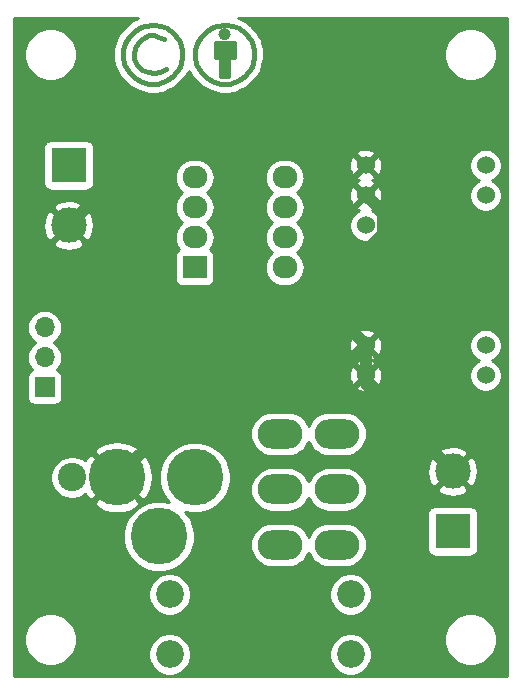
<source format=gbl>
G04 #@! TF.GenerationSoftware,KiCad,Pcbnew,5.1.2-f72e74a~84~ubuntu16.04.1*
G04 #@! TF.CreationDate,2019-06-16T18:39:55+01:00*
G04 #@! TF.ProjectId,LEDregulator,4c454472-6567-4756-9c61-746f722e6b69,rev?*
G04 #@! TF.SameCoordinates,Original*
G04 #@! TF.FileFunction,Copper,L2,Bot*
G04 #@! TF.FilePolarity,Positive*
%FSLAX46Y46*%
G04 Gerber Fmt 4.6, Leading zero omitted, Abs format (unit mm)*
G04 Created by KiCad (PCBNEW 5.1.2-f72e74a~84~ubuntu16.04.1) date 2019-06-16 18:39:55*
%MOMM*%
%LPD*%
G04 APERTURE LIST*
%ADD10C,0.381000*%
%ADD11O,2.100000X1.900000*%
%ADD12R,2.100000X1.900000*%
%ADD13C,3.000000*%
%ADD14R,3.000000X3.000000*%
%ADD15C,4.800000*%
%ADD16C,2.400000*%
%ADD17C,1.524000*%
%ADD18O,1.700000X1.700000*%
%ADD19R,1.700000X1.700000*%
%ADD20O,3.800000X2.500000*%
%ADD21C,2.350000*%
%ADD22C,0.800000*%
%ADD23C,1.024000*%
%ADD24C,0.254000*%
G04 APERTURE END LIST*
D10*
X129956560Y-39509700D02*
X130556000Y-39410640D01*
X129555240Y-39608760D02*
X129956560Y-39509700D01*
X129054860Y-39911020D02*
X129555240Y-39608760D01*
X128557020Y-40408860D02*
X129054860Y-39911020D01*
X128254760Y-40909240D02*
X128557020Y-40408860D01*
X128056640Y-41511220D02*
X128254760Y-40909240D01*
X128056640Y-42110660D02*
X128056640Y-41511220D01*
X128155700Y-42710100D02*
X128056640Y-42110660D01*
X128557020Y-43411140D02*
X128155700Y-42710100D01*
X129054860Y-43908980D02*
X128557020Y-43411140D01*
X129656840Y-44211240D02*
X129054860Y-43908980D01*
X130256280Y-44409360D02*
X129656840Y-44211240D01*
X131056380Y-44409360D02*
X130256280Y-44409360D01*
X131754880Y-44109640D02*
X131056380Y-44409360D01*
X132255260Y-43710860D02*
X131754880Y-44109640D01*
X132857240Y-43009820D02*
X132255260Y-43710860D01*
X133055360Y-42209720D02*
X132857240Y-43009820D01*
X133055360Y-41610280D02*
X133055360Y-42209720D01*
X132956300Y-41109900D02*
X133055360Y-41610280D01*
X132755640Y-40711120D02*
X132956300Y-41109900D01*
X132255260Y-40109140D02*
X132755640Y-40711120D01*
X131754880Y-39710360D02*
X132255260Y-40109140D01*
X131257040Y-39509700D02*
X131754880Y-39710360D01*
X130655060Y-39410640D02*
X131257040Y-39509700D01*
X130556000Y-39410640D02*
X130655060Y-39410640D01*
X131056380Y-40408860D02*
X131556760Y-40609520D01*
X130655060Y-40309800D02*
X131056380Y-40408860D01*
X130256280Y-40309800D02*
X130655060Y-40309800D01*
X129656840Y-40609520D02*
X130256280Y-40309800D01*
X129357120Y-40909240D02*
X129656840Y-40609520D01*
X129054860Y-41409620D02*
X129357120Y-40909240D01*
X128955800Y-41910000D02*
X129054860Y-41409620D01*
X128955800Y-42308780D02*
X128955800Y-41910000D01*
X129255520Y-42809160D02*
X128955800Y-42308780D01*
X129656840Y-43210480D02*
X129255520Y-42809160D01*
X130157220Y-43411140D02*
X129656840Y-43210480D01*
X130655060Y-43510200D02*
X130157220Y-43411140D01*
X131155440Y-43411140D02*
X130655060Y-43510200D01*
X131655820Y-43108880D02*
X131155440Y-43411140D01*
X136052560Y-39509700D02*
X136652000Y-39410640D01*
X135651240Y-39608760D02*
X136052560Y-39509700D01*
X135150860Y-39911020D02*
X135651240Y-39608760D01*
X134653020Y-40408860D02*
X135150860Y-39911020D01*
X134350760Y-40909240D02*
X134653020Y-40408860D01*
X134152640Y-41511220D02*
X134350760Y-40909240D01*
X134152640Y-42110660D02*
X134152640Y-41511220D01*
X134251700Y-42710100D02*
X134152640Y-42110660D01*
X134653020Y-43411140D02*
X134251700Y-42710100D01*
X135150860Y-43908980D02*
X134653020Y-43411140D01*
X135752840Y-44211240D02*
X135150860Y-43908980D01*
X136352280Y-44409360D02*
X135752840Y-44211240D01*
X137152380Y-44409360D02*
X136352280Y-44409360D01*
X137850880Y-44109640D02*
X137152380Y-44409360D01*
X138351260Y-43710860D02*
X137850880Y-44109640D01*
X138953240Y-43009820D02*
X138351260Y-43710860D01*
X139151360Y-42209720D02*
X138953240Y-43009820D01*
X139151360Y-41610280D02*
X139151360Y-42209720D01*
X139052300Y-41109900D02*
X139151360Y-41610280D01*
X138851640Y-40711120D02*
X139052300Y-41109900D01*
X138351260Y-40109140D02*
X138851640Y-40711120D01*
X137850880Y-39710360D02*
X138351260Y-40109140D01*
X137353040Y-39509700D02*
X137850880Y-39710360D01*
X136751060Y-39410640D02*
X137353040Y-39509700D01*
X136652000Y-39410640D02*
X136751060Y-39410640D01*
X136967666Y-40210740D02*
G75*
G03X136967666Y-40210740I-315666J0D01*
G01*
X137452100Y-42110660D02*
X137452100Y-40909240D01*
X135950960Y-42110660D02*
X137452100Y-42110660D01*
X135950960Y-40909240D02*
X135950960Y-42110660D01*
X137452100Y-40909240D02*
X135950960Y-40909240D01*
X136951720Y-43710860D02*
X136451340Y-43710860D01*
X136951720Y-42209720D02*
X136951720Y-43710860D01*
X136352280Y-43710860D02*
X136352280Y-42110660D01*
X136552940Y-43710860D02*
X136352280Y-43710860D01*
X136652000Y-42209720D02*
X136652000Y-43510200D01*
X137452100Y-41810940D02*
X136151620Y-41810940D01*
X136151620Y-41511220D02*
X137353040Y-41511220D01*
X137353040Y-41208960D02*
X136052560Y-41208960D01*
X136652000Y-40010080D02*
X136652000Y-40408860D01*
D11*
X141732000Y-52324000D03*
X134112000Y-52324000D03*
D12*
X134112000Y-59944000D03*
D11*
X141732000Y-59944000D03*
X134112000Y-57404000D03*
X141732000Y-54864000D03*
X134112000Y-54864000D03*
X141732000Y-57404000D03*
D13*
X123444000Y-56388000D03*
D14*
X123444000Y-51308000D03*
X155956000Y-82296000D03*
D13*
X155956000Y-77216000D03*
D15*
X131084000Y-82724000D03*
X134134000Y-77724000D03*
X127534000Y-77724000D03*
D16*
X123734000Y-77724000D03*
D17*
X148590000Y-51308000D03*
X148590000Y-53848000D03*
X148590000Y-56388000D03*
X148590000Y-66548000D03*
X148590000Y-69088000D03*
X158750000Y-69088000D03*
X158750000Y-66548000D03*
X158750000Y-53848000D03*
X158750000Y-51308000D03*
D18*
X121412000Y-65024000D03*
X121412000Y-67564000D03*
D19*
X121412000Y-70104000D03*
D20*
X141354000Y-83440000D03*
X141354000Y-78740000D03*
X141354000Y-74040000D03*
X146174000Y-83440000D03*
X146174000Y-78740000D03*
X146174000Y-74040000D03*
D21*
X147320000Y-87630000D03*
X147320000Y-92710000D03*
X132000000Y-87630000D03*
X132000000Y-92710000D03*
D22*
X128778000Y-48768000D03*
X127381000Y-57404000D03*
X131826000Y-64262000D03*
X148590000Y-66548000D03*
X128270000Y-66548000D03*
X131826000Y-64262000D03*
X143002000Y-70104000D03*
X140462000Y-68326000D03*
X144780000Y-62738000D03*
X145034000Y-48768000D03*
X145288000Y-54356000D03*
X131572000Y-69596000D03*
D23*
X127762000Y-52070000D02*
X123444000Y-56388000D01*
X128778000Y-51054000D02*
X127762000Y-52070000D01*
X128778000Y-48768000D02*
X128778000Y-51054000D01*
X127381000Y-57404000D02*
X127762000Y-52070000D01*
X146304000Y-64262000D02*
X148590000Y-66548000D01*
X129540000Y-66548000D02*
X131826000Y-64262000D01*
X128270000Y-66548000D02*
X129540000Y-66548000D01*
X131572000Y-64516000D02*
X131826000Y-64262000D01*
X131572000Y-69596000D02*
X131572000Y-64516000D01*
X131572000Y-73686000D02*
X127534000Y-77724000D01*
X131572000Y-69596000D02*
X131572000Y-73686000D01*
X145034000Y-70104000D02*
X148590000Y-66548000D01*
X143002000Y-70104000D02*
X145034000Y-70104000D01*
X141224000Y-68326000D02*
X143002000Y-70104000D01*
X140462000Y-68326000D02*
X141224000Y-68326000D01*
X148590000Y-69850000D02*
X148590000Y-69088000D01*
X155956000Y-77216000D02*
X148590000Y-69850000D01*
X148590000Y-66548000D02*
X148590000Y-69088000D01*
X144780000Y-62738000D02*
X144780000Y-63754000D01*
X145288000Y-64262000D02*
X146304000Y-64262000D01*
X144780000Y-63754000D02*
X145288000Y-64262000D01*
X131826000Y-64262000D02*
X145288000Y-64262000D01*
X149351999Y-54609999D02*
X148590000Y-53848000D01*
X150064001Y-55322001D02*
X149351999Y-54609999D01*
X150064001Y-57095521D02*
X150064001Y-55322001D01*
X146304000Y-60855522D02*
X150064001Y-57095521D01*
X146304000Y-64262000D02*
X146304000Y-60855522D01*
D24*
G36*
X129318044Y-38817033D02*
G01*
X129315365Y-38817981D01*
X129273106Y-38828721D01*
X129238895Y-38845046D01*
X129203167Y-38857691D01*
X129165699Y-38879974D01*
X129163127Y-38881201D01*
X129130808Y-38900724D01*
X129063405Y-38940809D01*
X129061276Y-38942725D01*
X128646613Y-39193208D01*
X128594017Y-39221321D01*
X128545729Y-39260951D01*
X128495696Y-39298325D01*
X128455805Y-39342643D01*
X127988643Y-39809805D01*
X127944325Y-39849696D01*
X127906947Y-39899735D01*
X127867321Y-39948018D01*
X127839212Y-40000606D01*
X127562914Y-40458007D01*
X127532571Y-40501193D01*
X127504563Y-40564569D01*
X127474721Y-40627108D01*
X127461719Y-40678266D01*
X127294886Y-41185182D01*
X127290287Y-41193786D01*
X127269482Y-41262370D01*
X127259838Y-41291674D01*
X127257728Y-41301118D01*
X127243084Y-41349394D01*
X127240040Y-41380301D01*
X127233271Y-41410603D01*
X127232090Y-41461026D01*
X127231140Y-41470667D01*
X127231140Y-41501552D01*
X127229462Y-41573167D01*
X127231140Y-41582773D01*
X127231140Y-42056618D01*
X127227586Y-42083644D01*
X127231140Y-42137738D01*
X127231140Y-42151212D01*
X127233799Y-42178212D01*
X127235575Y-42205241D01*
X127237769Y-42218515D01*
X127243084Y-42272485D01*
X127250999Y-42298578D01*
X127332166Y-42789745D01*
X127332910Y-42815349D01*
X127345395Y-42869799D01*
X127347858Y-42884702D01*
X127354452Y-42909296D01*
X127369253Y-42973846D01*
X127375478Y-42987719D01*
X127379415Y-43002405D01*
X127408717Y-43061801D01*
X127419138Y-43085027D01*
X127426640Y-43098132D01*
X127451357Y-43148234D01*
X127466955Y-43168555D01*
X127834636Y-43810834D01*
X127867321Y-43871982D01*
X127900794Y-43912769D01*
X127931369Y-43955769D01*
X127981795Y-44003347D01*
X128421169Y-44442721D01*
X128427300Y-44451408D01*
X128478612Y-44500164D01*
X128499819Y-44521371D01*
X128507977Y-44528066D01*
X128545181Y-44563417D01*
X128570691Y-44579535D01*
X128594017Y-44598679D01*
X128639277Y-44622871D01*
X128648200Y-44628509D01*
X128675003Y-44641967D01*
X128737426Y-44675333D01*
X128747602Y-44678420D01*
X129231585Y-44921433D01*
X129247885Y-44932916D01*
X129304096Y-44957841D01*
X129322661Y-44967163D01*
X129341181Y-44974286D01*
X129359284Y-44982313D01*
X129378975Y-44988821D01*
X129436399Y-45010906D01*
X129456054Y-45014296D01*
X129929779Y-45170867D01*
X129938846Y-45175713D01*
X130006941Y-45196369D01*
X130035732Y-45205885D01*
X130045677Y-45208120D01*
X130094454Y-45222916D01*
X130124841Y-45225909D01*
X130154627Y-45232602D01*
X130205569Y-45233860D01*
X130215727Y-45234860D01*
X130246095Y-45234860D01*
X130317187Y-45236615D01*
X130327309Y-45234860D01*
X131021054Y-45234860D01*
X131066857Y-45238788D01*
X131142445Y-45230378D01*
X131218206Y-45222916D01*
X131223246Y-45221387D01*
X131228469Y-45220806D01*
X131300927Y-45197823D01*
X131373814Y-45175713D01*
X131414367Y-45154037D01*
X132070152Y-44872645D01*
X132135369Y-44846721D01*
X132178938Y-44818504D01*
X132224396Y-44793463D01*
X132278063Y-44748273D01*
X132735452Y-44383755D01*
X132767059Y-44363640D01*
X132798892Y-44333196D01*
X132801459Y-44331150D01*
X132828158Y-44305207D01*
X132855126Y-44279415D01*
X132857270Y-44276919D01*
X132888854Y-44246228D01*
X132910110Y-44215383D01*
X133477068Y-43555129D01*
X133524828Y-43502148D01*
X133550782Y-43458581D01*
X133579888Y-43417055D01*
X133592297Y-43388890D01*
X133608049Y-43362448D01*
X133625002Y-43314661D01*
X133634393Y-43293346D01*
X133930636Y-43810834D01*
X133963321Y-43871982D01*
X133996794Y-43912769D01*
X134027369Y-43955769D01*
X134077795Y-44003347D01*
X134517169Y-44442721D01*
X134523300Y-44451408D01*
X134574612Y-44500164D01*
X134595819Y-44521371D01*
X134603977Y-44528066D01*
X134641181Y-44563417D01*
X134666691Y-44579535D01*
X134690017Y-44598679D01*
X134735277Y-44622871D01*
X134744200Y-44628509D01*
X134771003Y-44641967D01*
X134833426Y-44675333D01*
X134843602Y-44678420D01*
X135327585Y-44921433D01*
X135343885Y-44932916D01*
X135400096Y-44957841D01*
X135418661Y-44967163D01*
X135437181Y-44974286D01*
X135455284Y-44982313D01*
X135474975Y-44988821D01*
X135532399Y-45010906D01*
X135552054Y-45014296D01*
X136025779Y-45170867D01*
X136034846Y-45175713D01*
X136102941Y-45196369D01*
X136131732Y-45205885D01*
X136141677Y-45208120D01*
X136190454Y-45222916D01*
X136220841Y-45225909D01*
X136250627Y-45232602D01*
X136301569Y-45233860D01*
X136311727Y-45234860D01*
X136342095Y-45234860D01*
X136413187Y-45236615D01*
X136423309Y-45234860D01*
X137117054Y-45234860D01*
X137162857Y-45238788D01*
X137238445Y-45230378D01*
X137314206Y-45222916D01*
X137319246Y-45221387D01*
X137324469Y-45220806D01*
X137396927Y-45197823D01*
X137469814Y-45175713D01*
X137510367Y-45154037D01*
X138166152Y-44872645D01*
X138231369Y-44846721D01*
X138274938Y-44818504D01*
X138320396Y-44793463D01*
X138374063Y-44748273D01*
X138831452Y-44383755D01*
X138863059Y-44363640D01*
X138894892Y-44333196D01*
X138897459Y-44331150D01*
X138924158Y-44305207D01*
X138951126Y-44279415D01*
X138953270Y-44276919D01*
X138984854Y-44246228D01*
X139006110Y-44215383D01*
X139573068Y-43555129D01*
X139620828Y-43502148D01*
X139646782Y-43458581D01*
X139675888Y-43417055D01*
X139688297Y-43388890D01*
X139704049Y-43362448D01*
X139721002Y-43314661D01*
X139741451Y-43268248D01*
X139756931Y-43198579D01*
X139947517Y-42428904D01*
X139964916Y-42371546D01*
X139971009Y-42309683D01*
X139979962Y-42248185D01*
X139976860Y-42188344D01*
X139976860Y-41689872D01*
X155245000Y-41689872D01*
X155245000Y-42130128D01*
X155330890Y-42561925D01*
X155499369Y-42968669D01*
X155743962Y-43334729D01*
X156055271Y-43646038D01*
X156421331Y-43890631D01*
X156828075Y-44059110D01*
X157259872Y-44145000D01*
X157700128Y-44145000D01*
X158131925Y-44059110D01*
X158538669Y-43890631D01*
X158904729Y-43646038D01*
X159216038Y-43334729D01*
X159460631Y-42968669D01*
X159629110Y-42561925D01*
X159715000Y-42130128D01*
X159715000Y-41689872D01*
X159629110Y-41258075D01*
X159460631Y-40851331D01*
X159216038Y-40485271D01*
X158904729Y-40173962D01*
X158538669Y-39929369D01*
X158131925Y-39760890D01*
X157700128Y-39675000D01*
X157259872Y-39675000D01*
X156828075Y-39760890D01*
X156421331Y-39929369D01*
X156055271Y-40173962D01*
X155743962Y-40485271D01*
X155499369Y-40851331D01*
X155330890Y-41258075D01*
X155245000Y-41689872D01*
X139976860Y-41689872D01*
X139976860Y-41651208D01*
X139980854Y-41611031D01*
X139976860Y-41570101D01*
X139976860Y-41569727D01*
X139972894Y-41529462D01*
X139969019Y-41489748D01*
X139968947Y-41489386D01*
X139964916Y-41448454D01*
X139953194Y-41409811D01*
X139863994Y-40959239D01*
X139851777Y-40888773D01*
X139833578Y-40841576D01*
X139818940Y-40793162D01*
X139785287Y-40730065D01*
X139601531Y-40364879D01*
X139580723Y-40315520D01*
X139542274Y-40258751D01*
X139505639Y-40200880D01*
X139468730Y-40162102D01*
X139009873Y-39610078D01*
X138984854Y-39573772D01*
X138928958Y-39519458D01*
X138873456Y-39464647D01*
X138836639Y-39440379D01*
X138366993Y-39066092D01*
X138305110Y-39016288D01*
X138267232Y-38996505D01*
X138231369Y-38973279D01*
X138157619Y-38943963D01*
X137825255Y-38810000D01*
X160580001Y-38810000D01*
X160580000Y-94540000D01*
X118820000Y-94540000D01*
X118820000Y-91219872D01*
X119685000Y-91219872D01*
X119685000Y-91660128D01*
X119770890Y-92091925D01*
X119939369Y-92498669D01*
X120183962Y-92864729D01*
X120495271Y-93176038D01*
X120861331Y-93420631D01*
X121268075Y-93589110D01*
X121699872Y-93675000D01*
X122140128Y-93675000D01*
X122571925Y-93589110D01*
X122978669Y-93420631D01*
X123344729Y-93176038D01*
X123656038Y-92864729D01*
X123878539Y-92531731D01*
X130190000Y-92531731D01*
X130190000Y-92888269D01*
X130259557Y-93237958D01*
X130395999Y-93567357D01*
X130594081Y-93863808D01*
X130846192Y-94115919D01*
X131142643Y-94314001D01*
X131472042Y-94450443D01*
X131821731Y-94520000D01*
X132178269Y-94520000D01*
X132527958Y-94450443D01*
X132857357Y-94314001D01*
X133153808Y-94115919D01*
X133405919Y-93863808D01*
X133604001Y-93567357D01*
X133740443Y-93237958D01*
X133810000Y-92888269D01*
X133810000Y-92531731D01*
X145510000Y-92531731D01*
X145510000Y-92888269D01*
X145579557Y-93237958D01*
X145715999Y-93567357D01*
X145914081Y-93863808D01*
X146166192Y-94115919D01*
X146462643Y-94314001D01*
X146792042Y-94450443D01*
X147141731Y-94520000D01*
X147498269Y-94520000D01*
X147847958Y-94450443D01*
X148177357Y-94314001D01*
X148473808Y-94115919D01*
X148725919Y-93863808D01*
X148924001Y-93567357D01*
X149060443Y-93237958D01*
X149130000Y-92888269D01*
X149130000Y-92531731D01*
X149060443Y-92182042D01*
X148924001Y-91852643D01*
X148725919Y-91556192D01*
X148473808Y-91304081D01*
X148347781Y-91219872D01*
X155245000Y-91219872D01*
X155245000Y-91660128D01*
X155330890Y-92091925D01*
X155499369Y-92498669D01*
X155743962Y-92864729D01*
X156055271Y-93176038D01*
X156421331Y-93420631D01*
X156828075Y-93589110D01*
X157259872Y-93675000D01*
X157700128Y-93675000D01*
X158131925Y-93589110D01*
X158538669Y-93420631D01*
X158904729Y-93176038D01*
X159216038Y-92864729D01*
X159460631Y-92498669D01*
X159629110Y-92091925D01*
X159715000Y-91660128D01*
X159715000Y-91219872D01*
X159629110Y-90788075D01*
X159460631Y-90381331D01*
X159216038Y-90015271D01*
X158904729Y-89703962D01*
X158538669Y-89459369D01*
X158131925Y-89290890D01*
X157700128Y-89205000D01*
X157259872Y-89205000D01*
X156828075Y-89290890D01*
X156421331Y-89459369D01*
X156055271Y-89703962D01*
X155743962Y-90015271D01*
X155499369Y-90381331D01*
X155330890Y-90788075D01*
X155245000Y-91219872D01*
X148347781Y-91219872D01*
X148177357Y-91105999D01*
X147847958Y-90969557D01*
X147498269Y-90900000D01*
X147141731Y-90900000D01*
X146792042Y-90969557D01*
X146462643Y-91105999D01*
X146166192Y-91304081D01*
X145914081Y-91556192D01*
X145715999Y-91852643D01*
X145579557Y-92182042D01*
X145510000Y-92531731D01*
X133810000Y-92531731D01*
X133740443Y-92182042D01*
X133604001Y-91852643D01*
X133405919Y-91556192D01*
X133153808Y-91304081D01*
X132857357Y-91105999D01*
X132527958Y-90969557D01*
X132178269Y-90900000D01*
X131821731Y-90900000D01*
X131472042Y-90969557D01*
X131142643Y-91105999D01*
X130846192Y-91304081D01*
X130594081Y-91556192D01*
X130395999Y-91852643D01*
X130259557Y-92182042D01*
X130190000Y-92531731D01*
X123878539Y-92531731D01*
X123900631Y-92498669D01*
X124069110Y-92091925D01*
X124155000Y-91660128D01*
X124155000Y-91219872D01*
X124069110Y-90788075D01*
X123900631Y-90381331D01*
X123656038Y-90015271D01*
X123344729Y-89703962D01*
X122978669Y-89459369D01*
X122571925Y-89290890D01*
X122140128Y-89205000D01*
X121699872Y-89205000D01*
X121268075Y-89290890D01*
X120861331Y-89459369D01*
X120495271Y-89703962D01*
X120183962Y-90015271D01*
X119939369Y-90381331D01*
X119770890Y-90788075D01*
X119685000Y-91219872D01*
X118820000Y-91219872D01*
X118820000Y-87451731D01*
X130190000Y-87451731D01*
X130190000Y-87808269D01*
X130259557Y-88157958D01*
X130395999Y-88487357D01*
X130594081Y-88783808D01*
X130846192Y-89035919D01*
X131142643Y-89234001D01*
X131472042Y-89370443D01*
X131821731Y-89440000D01*
X132178269Y-89440000D01*
X132527958Y-89370443D01*
X132857357Y-89234001D01*
X133153808Y-89035919D01*
X133405919Y-88783808D01*
X133604001Y-88487357D01*
X133740443Y-88157958D01*
X133810000Y-87808269D01*
X133810000Y-87451731D01*
X145510000Y-87451731D01*
X145510000Y-87808269D01*
X145579557Y-88157958D01*
X145715999Y-88487357D01*
X145914081Y-88783808D01*
X146166192Y-89035919D01*
X146462643Y-89234001D01*
X146792042Y-89370443D01*
X147141731Y-89440000D01*
X147498269Y-89440000D01*
X147847958Y-89370443D01*
X148177357Y-89234001D01*
X148473808Y-89035919D01*
X148725919Y-88783808D01*
X148924001Y-88487357D01*
X149060443Y-88157958D01*
X149130000Y-87808269D01*
X149130000Y-87451731D01*
X149060443Y-87102042D01*
X148924001Y-86772643D01*
X148725919Y-86476192D01*
X148473808Y-86224081D01*
X148177357Y-86025999D01*
X147847958Y-85889557D01*
X147498269Y-85820000D01*
X147141731Y-85820000D01*
X146792042Y-85889557D01*
X146462643Y-86025999D01*
X146166192Y-86224081D01*
X145914081Y-86476192D01*
X145715999Y-86772643D01*
X145579557Y-87102042D01*
X145510000Y-87451731D01*
X133810000Y-87451731D01*
X133740443Y-87102042D01*
X133604001Y-86772643D01*
X133405919Y-86476192D01*
X133153808Y-86224081D01*
X132857357Y-86025999D01*
X132527958Y-85889557D01*
X132178269Y-85820000D01*
X131821731Y-85820000D01*
X131472042Y-85889557D01*
X131142643Y-86025999D01*
X130846192Y-86224081D01*
X130594081Y-86476192D01*
X130395999Y-86772643D01*
X130259557Y-87102042D01*
X130190000Y-87451731D01*
X118820000Y-87451731D01*
X118820000Y-82425079D01*
X128049000Y-82425079D01*
X128049000Y-83022921D01*
X128165633Y-83609277D01*
X128394418Y-84161612D01*
X128726562Y-84658700D01*
X129149300Y-85081438D01*
X129646388Y-85413582D01*
X130198723Y-85642367D01*
X130785079Y-85759000D01*
X131382921Y-85759000D01*
X131969277Y-85642367D01*
X132521612Y-85413582D01*
X133018700Y-85081438D01*
X133441438Y-84658700D01*
X133773582Y-84161612D01*
X134002367Y-83609277D01*
X134036038Y-83440000D01*
X138809880Y-83440000D01*
X138846275Y-83809524D01*
X138954061Y-84164848D01*
X139129097Y-84492317D01*
X139364655Y-84779345D01*
X139651683Y-85014903D01*
X139979152Y-85189939D01*
X140334476Y-85297725D01*
X140611403Y-85325000D01*
X142096597Y-85325000D01*
X142373524Y-85297725D01*
X142728848Y-85189939D01*
X143056317Y-85014903D01*
X143343345Y-84779345D01*
X143578903Y-84492317D01*
X143753939Y-84164848D01*
X143764000Y-84131681D01*
X143774061Y-84164848D01*
X143949097Y-84492317D01*
X144184655Y-84779345D01*
X144471683Y-85014903D01*
X144799152Y-85189939D01*
X145154476Y-85297725D01*
X145431403Y-85325000D01*
X146916597Y-85325000D01*
X147193524Y-85297725D01*
X147548848Y-85189939D01*
X147876317Y-85014903D01*
X148163345Y-84779345D01*
X148398903Y-84492317D01*
X148573939Y-84164848D01*
X148681725Y-83809524D01*
X148718120Y-83440000D01*
X148681725Y-83070476D01*
X148573939Y-82715152D01*
X148398903Y-82387683D01*
X148163345Y-82100655D01*
X147876317Y-81865097D01*
X147548848Y-81690061D01*
X147193524Y-81582275D01*
X146916597Y-81555000D01*
X145431403Y-81555000D01*
X145154476Y-81582275D01*
X144799152Y-81690061D01*
X144471683Y-81865097D01*
X144184655Y-82100655D01*
X143949097Y-82387683D01*
X143774061Y-82715152D01*
X143764000Y-82748319D01*
X143753939Y-82715152D01*
X143578903Y-82387683D01*
X143343345Y-82100655D01*
X143056317Y-81865097D01*
X142728848Y-81690061D01*
X142373524Y-81582275D01*
X142096597Y-81555000D01*
X140611403Y-81555000D01*
X140334476Y-81582275D01*
X139979152Y-81690061D01*
X139651683Y-81865097D01*
X139364655Y-82100655D01*
X139129097Y-82387683D01*
X138954061Y-82715152D01*
X138846275Y-83070476D01*
X138809880Y-83440000D01*
X134036038Y-83440000D01*
X134119000Y-83022921D01*
X134119000Y-82425079D01*
X134002367Y-81838723D01*
X133773582Y-81286388D01*
X133445915Y-80796000D01*
X153817928Y-80796000D01*
X153817928Y-83796000D01*
X153830188Y-83920482D01*
X153866498Y-84040180D01*
X153925463Y-84150494D01*
X154004815Y-84247185D01*
X154101506Y-84326537D01*
X154211820Y-84385502D01*
X154331518Y-84421812D01*
X154456000Y-84434072D01*
X157456000Y-84434072D01*
X157580482Y-84421812D01*
X157700180Y-84385502D01*
X157810494Y-84326537D01*
X157907185Y-84247185D01*
X157986537Y-84150494D01*
X158045502Y-84040180D01*
X158081812Y-83920482D01*
X158094072Y-83796000D01*
X158094072Y-80796000D01*
X158081812Y-80671518D01*
X158045502Y-80551820D01*
X157986537Y-80441506D01*
X157907185Y-80344815D01*
X157810494Y-80265463D01*
X157700180Y-80206498D01*
X157580482Y-80170188D01*
X157456000Y-80157928D01*
X154456000Y-80157928D01*
X154331518Y-80170188D01*
X154211820Y-80206498D01*
X154101506Y-80265463D01*
X154004815Y-80344815D01*
X153925463Y-80441506D01*
X153866498Y-80551820D01*
X153830188Y-80671518D01*
X153817928Y-80796000D01*
X133445915Y-80796000D01*
X133441438Y-80789300D01*
X133305873Y-80653735D01*
X133835079Y-80759000D01*
X134432921Y-80759000D01*
X135019277Y-80642367D01*
X135571612Y-80413582D01*
X136068700Y-80081438D01*
X136491438Y-79658700D01*
X136823582Y-79161612D01*
X136998219Y-78740000D01*
X138809880Y-78740000D01*
X138846275Y-79109524D01*
X138954061Y-79464848D01*
X139129097Y-79792317D01*
X139364655Y-80079345D01*
X139651683Y-80314903D01*
X139979152Y-80489939D01*
X140334476Y-80597725D01*
X140611403Y-80625000D01*
X142096597Y-80625000D01*
X142373524Y-80597725D01*
X142728848Y-80489939D01*
X143056317Y-80314903D01*
X143343345Y-80079345D01*
X143578903Y-79792317D01*
X143753939Y-79464848D01*
X143764000Y-79431681D01*
X143774061Y-79464848D01*
X143949097Y-79792317D01*
X144184655Y-80079345D01*
X144471683Y-80314903D01*
X144799152Y-80489939D01*
X145154476Y-80597725D01*
X145431403Y-80625000D01*
X146916597Y-80625000D01*
X147193524Y-80597725D01*
X147548848Y-80489939D01*
X147876317Y-80314903D01*
X148163345Y-80079345D01*
X148398903Y-79792317D01*
X148573939Y-79464848D01*
X148681725Y-79109524D01*
X148718120Y-78740000D01*
X148714935Y-78707653D01*
X154643952Y-78707653D01*
X154799962Y-79023214D01*
X155174745Y-79214020D01*
X155579551Y-79328044D01*
X155998824Y-79360902D01*
X156416451Y-79311334D01*
X156816383Y-79181243D01*
X157112038Y-79023214D01*
X157268048Y-78707653D01*
X155956000Y-77395605D01*
X154643952Y-78707653D01*
X148714935Y-78707653D01*
X148681725Y-78370476D01*
X148573939Y-78015152D01*
X148398903Y-77687683D01*
X148163345Y-77400655D01*
X147990524Y-77258824D01*
X153811098Y-77258824D01*
X153860666Y-77676451D01*
X153990757Y-78076383D01*
X154148786Y-78372038D01*
X154464347Y-78528048D01*
X155776395Y-77216000D01*
X156135605Y-77216000D01*
X157447653Y-78528048D01*
X157763214Y-78372038D01*
X157954020Y-77997255D01*
X158068044Y-77592449D01*
X158100902Y-77173176D01*
X158051334Y-76755549D01*
X157921243Y-76355617D01*
X157763214Y-76059962D01*
X157447653Y-75903952D01*
X156135605Y-77216000D01*
X155776395Y-77216000D01*
X154464347Y-75903952D01*
X154148786Y-76059962D01*
X153957980Y-76434745D01*
X153843956Y-76839551D01*
X153811098Y-77258824D01*
X147990524Y-77258824D01*
X147876317Y-77165097D01*
X147548848Y-76990061D01*
X147193524Y-76882275D01*
X146916597Y-76855000D01*
X145431403Y-76855000D01*
X145154476Y-76882275D01*
X144799152Y-76990061D01*
X144471683Y-77165097D01*
X144184655Y-77400655D01*
X143949097Y-77687683D01*
X143774061Y-78015152D01*
X143764000Y-78048319D01*
X143753939Y-78015152D01*
X143578903Y-77687683D01*
X143343345Y-77400655D01*
X143056317Y-77165097D01*
X142728848Y-76990061D01*
X142373524Y-76882275D01*
X142096597Y-76855000D01*
X140611403Y-76855000D01*
X140334476Y-76882275D01*
X139979152Y-76990061D01*
X139651683Y-77165097D01*
X139364655Y-77400655D01*
X139129097Y-77687683D01*
X138954061Y-78015152D01*
X138846275Y-78370476D01*
X138809880Y-78740000D01*
X136998219Y-78740000D01*
X137052367Y-78609277D01*
X137169000Y-78022921D01*
X137169000Y-77425079D01*
X137052367Y-76838723D01*
X136823582Y-76286388D01*
X136491438Y-75789300D01*
X136068700Y-75366562D01*
X135571612Y-75034418D01*
X135019277Y-74805633D01*
X134432921Y-74689000D01*
X133835079Y-74689000D01*
X133248723Y-74805633D01*
X132696388Y-75034418D01*
X132199300Y-75366562D01*
X131776562Y-75789300D01*
X131444418Y-76286388D01*
X131215633Y-76838723D01*
X131099000Y-77425079D01*
X131099000Y-78022921D01*
X131215633Y-78609277D01*
X131444418Y-79161612D01*
X131776562Y-79658700D01*
X131912127Y-79794265D01*
X131382921Y-79689000D01*
X130785079Y-79689000D01*
X130198723Y-79805633D01*
X129646388Y-80034418D01*
X129149300Y-80366562D01*
X128726562Y-80789300D01*
X128394418Y-81286388D01*
X128165633Y-81838723D01*
X128049000Y-82425079D01*
X118820000Y-82425079D01*
X118820000Y-79856029D01*
X125581576Y-79856029D01*
X125845740Y-80263755D01*
X126373661Y-80544317D01*
X126946173Y-80716496D01*
X127541275Y-80773676D01*
X128136098Y-80713658D01*
X128707782Y-80538750D01*
X129222260Y-80263755D01*
X129486424Y-79856029D01*
X127534000Y-77903605D01*
X125581576Y-79856029D01*
X118820000Y-79856029D01*
X118820000Y-77543268D01*
X121899000Y-77543268D01*
X121899000Y-77904732D01*
X121969518Y-78259250D01*
X122107844Y-78593199D01*
X122308662Y-78893744D01*
X122564256Y-79149338D01*
X122864801Y-79350156D01*
X123198750Y-79488482D01*
X123553268Y-79559000D01*
X123914732Y-79559000D01*
X124269250Y-79488482D01*
X124603199Y-79350156D01*
X124866877Y-79173972D01*
X124994245Y-79412260D01*
X125401971Y-79676424D01*
X127354395Y-77724000D01*
X127713605Y-77724000D01*
X129666029Y-79676424D01*
X130073755Y-79412260D01*
X130354317Y-78884339D01*
X130526496Y-78311827D01*
X130583676Y-77716725D01*
X130523658Y-77121902D01*
X130348750Y-76550218D01*
X130073755Y-76035740D01*
X129666029Y-75771576D01*
X127713605Y-77724000D01*
X127354395Y-77724000D01*
X125401971Y-75771576D01*
X124994245Y-76035740D01*
X124867416Y-76274388D01*
X124603199Y-76097844D01*
X124269250Y-75959518D01*
X123914732Y-75889000D01*
X123553268Y-75889000D01*
X123198750Y-75959518D01*
X122864801Y-76097844D01*
X122564256Y-76298662D01*
X122308662Y-76554256D01*
X122107844Y-76854801D01*
X121969518Y-77188750D01*
X121899000Y-77543268D01*
X118820000Y-77543268D01*
X118820000Y-75591971D01*
X125581576Y-75591971D01*
X127534000Y-77544395D01*
X129486424Y-75591971D01*
X129222260Y-75184245D01*
X128694339Y-74903683D01*
X128121827Y-74731504D01*
X127526725Y-74674324D01*
X126931902Y-74734342D01*
X126360218Y-74909250D01*
X125845740Y-75184245D01*
X125581576Y-75591971D01*
X118820000Y-75591971D01*
X118820000Y-74040000D01*
X138809880Y-74040000D01*
X138846275Y-74409524D01*
X138954061Y-74764848D01*
X139129097Y-75092317D01*
X139364655Y-75379345D01*
X139651683Y-75614903D01*
X139979152Y-75789939D01*
X140334476Y-75897725D01*
X140611403Y-75925000D01*
X142096597Y-75925000D01*
X142373524Y-75897725D01*
X142728848Y-75789939D01*
X143056317Y-75614903D01*
X143343345Y-75379345D01*
X143578903Y-75092317D01*
X143753939Y-74764848D01*
X143764000Y-74731681D01*
X143774061Y-74764848D01*
X143949097Y-75092317D01*
X144184655Y-75379345D01*
X144471683Y-75614903D01*
X144799152Y-75789939D01*
X145154476Y-75897725D01*
X145431403Y-75925000D01*
X146916597Y-75925000D01*
X147193524Y-75897725D01*
X147548848Y-75789939D01*
X147671561Y-75724347D01*
X154643952Y-75724347D01*
X155956000Y-77036395D01*
X157268048Y-75724347D01*
X157112038Y-75408786D01*
X156737255Y-75217980D01*
X156332449Y-75103956D01*
X155913176Y-75071098D01*
X155495549Y-75120666D01*
X155095617Y-75250757D01*
X154799962Y-75408786D01*
X154643952Y-75724347D01*
X147671561Y-75724347D01*
X147876317Y-75614903D01*
X148163345Y-75379345D01*
X148398903Y-75092317D01*
X148573939Y-74764848D01*
X148681725Y-74409524D01*
X148718120Y-74040000D01*
X148681725Y-73670476D01*
X148573939Y-73315152D01*
X148398903Y-72987683D01*
X148163345Y-72700655D01*
X147876317Y-72465097D01*
X147548848Y-72290061D01*
X147193524Y-72182275D01*
X146916597Y-72155000D01*
X145431403Y-72155000D01*
X145154476Y-72182275D01*
X144799152Y-72290061D01*
X144471683Y-72465097D01*
X144184655Y-72700655D01*
X143949097Y-72987683D01*
X143774061Y-73315152D01*
X143764000Y-73348319D01*
X143753939Y-73315152D01*
X143578903Y-72987683D01*
X143343345Y-72700655D01*
X143056317Y-72465097D01*
X142728848Y-72290061D01*
X142373524Y-72182275D01*
X142096597Y-72155000D01*
X140611403Y-72155000D01*
X140334476Y-72182275D01*
X139979152Y-72290061D01*
X139651683Y-72465097D01*
X139364655Y-72700655D01*
X139129097Y-72987683D01*
X138954061Y-73315152D01*
X138846275Y-73670476D01*
X138809880Y-74040000D01*
X118820000Y-74040000D01*
X118820000Y-65024000D01*
X119919815Y-65024000D01*
X119948487Y-65315111D01*
X120033401Y-65595034D01*
X120171294Y-65853014D01*
X120356866Y-66079134D01*
X120582986Y-66264706D01*
X120637791Y-66294000D01*
X120582986Y-66323294D01*
X120356866Y-66508866D01*
X120171294Y-66734986D01*
X120033401Y-66992966D01*
X119948487Y-67272889D01*
X119919815Y-67564000D01*
X119948487Y-67855111D01*
X120033401Y-68135034D01*
X120171294Y-68393014D01*
X120356866Y-68619134D01*
X120386687Y-68643607D01*
X120317820Y-68664498D01*
X120207506Y-68723463D01*
X120110815Y-68802815D01*
X120031463Y-68899506D01*
X119972498Y-69009820D01*
X119936188Y-69129518D01*
X119923928Y-69254000D01*
X119923928Y-70954000D01*
X119936188Y-71078482D01*
X119972498Y-71198180D01*
X120031463Y-71308494D01*
X120110815Y-71405185D01*
X120207506Y-71484537D01*
X120317820Y-71543502D01*
X120437518Y-71579812D01*
X120562000Y-71592072D01*
X122262000Y-71592072D01*
X122386482Y-71579812D01*
X122506180Y-71543502D01*
X122616494Y-71484537D01*
X122713185Y-71405185D01*
X122792537Y-71308494D01*
X122851502Y-71198180D01*
X122887812Y-71078482D01*
X122900072Y-70954000D01*
X122900072Y-70053565D01*
X147804040Y-70053565D01*
X147871020Y-70293656D01*
X148120048Y-70410756D01*
X148387135Y-70477023D01*
X148662017Y-70489910D01*
X148934133Y-70448922D01*
X149193023Y-70355636D01*
X149308980Y-70293656D01*
X149375960Y-70053565D01*
X148590000Y-69267605D01*
X147804040Y-70053565D01*
X122900072Y-70053565D01*
X122900072Y-69254000D01*
X122890816Y-69160017D01*
X147188090Y-69160017D01*
X147229078Y-69432133D01*
X147322364Y-69691023D01*
X147384344Y-69806980D01*
X147624435Y-69873960D01*
X148410395Y-69088000D01*
X148769605Y-69088000D01*
X149555565Y-69873960D01*
X149795656Y-69806980D01*
X149912756Y-69557952D01*
X149979023Y-69290865D01*
X149991910Y-69015983D01*
X149950922Y-68743867D01*
X149857636Y-68484977D01*
X149795656Y-68369020D01*
X149555565Y-68302040D01*
X148769605Y-69088000D01*
X148410395Y-69088000D01*
X147624435Y-68302040D01*
X147384344Y-68369020D01*
X147267244Y-68618048D01*
X147200977Y-68885135D01*
X147188090Y-69160017D01*
X122890816Y-69160017D01*
X122887812Y-69129518D01*
X122851502Y-69009820D01*
X122792537Y-68899506D01*
X122713185Y-68802815D01*
X122616494Y-68723463D01*
X122506180Y-68664498D01*
X122437313Y-68643607D01*
X122467134Y-68619134D01*
X122652706Y-68393014D01*
X122790599Y-68135034D01*
X122875513Y-67855111D01*
X122904185Y-67564000D01*
X122899218Y-67513565D01*
X147804040Y-67513565D01*
X147871020Y-67753656D01*
X148001644Y-67815079D01*
X147986977Y-67820364D01*
X147871020Y-67882344D01*
X147804040Y-68122435D01*
X148590000Y-68908395D01*
X149375960Y-68122435D01*
X149308980Y-67882344D01*
X149178356Y-67820921D01*
X149193023Y-67815636D01*
X149308980Y-67753656D01*
X149375960Y-67513565D01*
X148590000Y-66727605D01*
X147804040Y-67513565D01*
X122899218Y-67513565D01*
X122875513Y-67272889D01*
X122790599Y-66992966D01*
X122652706Y-66734986D01*
X122558354Y-66620017D01*
X147188090Y-66620017D01*
X147229078Y-66892133D01*
X147322364Y-67151023D01*
X147384344Y-67266980D01*
X147624435Y-67333960D01*
X148410395Y-66548000D01*
X148769605Y-66548000D01*
X149555565Y-67333960D01*
X149795656Y-67266980D01*
X149912756Y-67017952D01*
X149979023Y-66750865D01*
X149991910Y-66475983D01*
X149982033Y-66410408D01*
X157353000Y-66410408D01*
X157353000Y-66685592D01*
X157406686Y-66955490D01*
X157511995Y-67209727D01*
X157664880Y-67438535D01*
X157859465Y-67633120D01*
X158088273Y-67786005D01*
X158165515Y-67818000D01*
X158088273Y-67849995D01*
X157859465Y-68002880D01*
X157664880Y-68197465D01*
X157511995Y-68426273D01*
X157406686Y-68680510D01*
X157353000Y-68950408D01*
X157353000Y-69225592D01*
X157406686Y-69495490D01*
X157511995Y-69749727D01*
X157664880Y-69978535D01*
X157859465Y-70173120D01*
X158088273Y-70326005D01*
X158342510Y-70431314D01*
X158612408Y-70485000D01*
X158887592Y-70485000D01*
X159157490Y-70431314D01*
X159411727Y-70326005D01*
X159640535Y-70173120D01*
X159835120Y-69978535D01*
X159988005Y-69749727D01*
X160093314Y-69495490D01*
X160147000Y-69225592D01*
X160147000Y-68950408D01*
X160093314Y-68680510D01*
X159988005Y-68426273D01*
X159835120Y-68197465D01*
X159640535Y-68002880D01*
X159411727Y-67849995D01*
X159334485Y-67818000D01*
X159411727Y-67786005D01*
X159640535Y-67633120D01*
X159835120Y-67438535D01*
X159988005Y-67209727D01*
X160093314Y-66955490D01*
X160147000Y-66685592D01*
X160147000Y-66410408D01*
X160093314Y-66140510D01*
X159988005Y-65886273D01*
X159835120Y-65657465D01*
X159640535Y-65462880D01*
X159411727Y-65309995D01*
X159157490Y-65204686D01*
X158887592Y-65151000D01*
X158612408Y-65151000D01*
X158342510Y-65204686D01*
X158088273Y-65309995D01*
X157859465Y-65462880D01*
X157664880Y-65657465D01*
X157511995Y-65886273D01*
X157406686Y-66140510D01*
X157353000Y-66410408D01*
X149982033Y-66410408D01*
X149950922Y-66203867D01*
X149857636Y-65944977D01*
X149795656Y-65829020D01*
X149555565Y-65762040D01*
X148769605Y-66548000D01*
X148410395Y-66548000D01*
X147624435Y-65762040D01*
X147384344Y-65829020D01*
X147267244Y-66078048D01*
X147200977Y-66345135D01*
X147188090Y-66620017D01*
X122558354Y-66620017D01*
X122467134Y-66508866D01*
X122241014Y-66323294D01*
X122186209Y-66294000D01*
X122241014Y-66264706D01*
X122467134Y-66079134D01*
X122652706Y-65853014D01*
X122790599Y-65595034D01*
X122794420Y-65582435D01*
X147804040Y-65582435D01*
X148590000Y-66368395D01*
X149375960Y-65582435D01*
X149308980Y-65342344D01*
X149059952Y-65225244D01*
X148792865Y-65158977D01*
X148517983Y-65146090D01*
X148245867Y-65187078D01*
X147986977Y-65280364D01*
X147871020Y-65342344D01*
X147804040Y-65582435D01*
X122794420Y-65582435D01*
X122875513Y-65315111D01*
X122904185Y-65024000D01*
X122875513Y-64732889D01*
X122790599Y-64452966D01*
X122652706Y-64194986D01*
X122467134Y-63968866D01*
X122241014Y-63783294D01*
X121983034Y-63645401D01*
X121703111Y-63560487D01*
X121484950Y-63539000D01*
X121339050Y-63539000D01*
X121120889Y-63560487D01*
X120840966Y-63645401D01*
X120582986Y-63783294D01*
X120356866Y-63968866D01*
X120171294Y-64194986D01*
X120033401Y-64452966D01*
X119948487Y-64732889D01*
X119919815Y-65024000D01*
X118820000Y-65024000D01*
X118820000Y-57879653D01*
X122131952Y-57879653D01*
X122287962Y-58195214D01*
X122662745Y-58386020D01*
X123067551Y-58500044D01*
X123486824Y-58532902D01*
X123904451Y-58483334D01*
X124304383Y-58353243D01*
X124600038Y-58195214D01*
X124756048Y-57879653D01*
X123444000Y-56567605D01*
X122131952Y-57879653D01*
X118820000Y-57879653D01*
X118820000Y-56430824D01*
X121299098Y-56430824D01*
X121348666Y-56848451D01*
X121478757Y-57248383D01*
X121636786Y-57544038D01*
X121952347Y-57700048D01*
X123264395Y-56388000D01*
X123623605Y-56388000D01*
X124935653Y-57700048D01*
X125251214Y-57544038D01*
X125442020Y-57169255D01*
X125556044Y-56764449D01*
X125588902Y-56345176D01*
X125539334Y-55927549D01*
X125409243Y-55527617D01*
X125251214Y-55231962D01*
X124935653Y-55075952D01*
X123623605Y-56388000D01*
X123264395Y-56388000D01*
X121952347Y-55075952D01*
X121636786Y-55231962D01*
X121445980Y-55606745D01*
X121331956Y-56011551D01*
X121299098Y-56430824D01*
X118820000Y-56430824D01*
X118820000Y-54896347D01*
X122131952Y-54896347D01*
X123444000Y-56208395D01*
X124756048Y-54896347D01*
X124600038Y-54580786D01*
X124225255Y-54389980D01*
X123820449Y-54275956D01*
X123401176Y-54243098D01*
X122983549Y-54292666D01*
X122583617Y-54422757D01*
X122287962Y-54580786D01*
X122131952Y-54896347D01*
X118820000Y-54896347D01*
X118820000Y-49808000D01*
X121305928Y-49808000D01*
X121305928Y-52808000D01*
X121318188Y-52932482D01*
X121354498Y-53052180D01*
X121413463Y-53162494D01*
X121492815Y-53259185D01*
X121589506Y-53338537D01*
X121699820Y-53397502D01*
X121819518Y-53433812D01*
X121944000Y-53446072D01*
X124944000Y-53446072D01*
X125068482Y-53433812D01*
X125188180Y-53397502D01*
X125298494Y-53338537D01*
X125395185Y-53259185D01*
X125474537Y-53162494D01*
X125533502Y-53052180D01*
X125569812Y-52932482D01*
X125582072Y-52808000D01*
X125582072Y-52324000D01*
X132419331Y-52324000D01*
X132449934Y-52634714D01*
X132540566Y-52933488D01*
X132687744Y-53208839D01*
X132885813Y-53450187D01*
X133061050Y-53594000D01*
X132885813Y-53737813D01*
X132687744Y-53979161D01*
X132540566Y-54254512D01*
X132449934Y-54553286D01*
X132419331Y-54864000D01*
X132449934Y-55174714D01*
X132540566Y-55473488D01*
X132687744Y-55748839D01*
X132885813Y-55990187D01*
X133061050Y-56134000D01*
X132885813Y-56277813D01*
X132687744Y-56519161D01*
X132540566Y-56794512D01*
X132449934Y-57093286D01*
X132419331Y-57404000D01*
X132449934Y-57714714D01*
X132540566Y-58013488D01*
X132687744Y-58288839D01*
X132793383Y-58417560D01*
X132707506Y-58463463D01*
X132610815Y-58542815D01*
X132531463Y-58639506D01*
X132472498Y-58749820D01*
X132436188Y-58869518D01*
X132423928Y-58994000D01*
X132423928Y-60894000D01*
X132436188Y-61018482D01*
X132472498Y-61138180D01*
X132531463Y-61248494D01*
X132610815Y-61345185D01*
X132707506Y-61424537D01*
X132817820Y-61483502D01*
X132937518Y-61519812D01*
X133062000Y-61532072D01*
X135162000Y-61532072D01*
X135286482Y-61519812D01*
X135406180Y-61483502D01*
X135516494Y-61424537D01*
X135613185Y-61345185D01*
X135692537Y-61248494D01*
X135751502Y-61138180D01*
X135787812Y-61018482D01*
X135800072Y-60894000D01*
X135800072Y-58994000D01*
X135787812Y-58869518D01*
X135751502Y-58749820D01*
X135692537Y-58639506D01*
X135613185Y-58542815D01*
X135516494Y-58463463D01*
X135430617Y-58417560D01*
X135536256Y-58288839D01*
X135683434Y-58013488D01*
X135774066Y-57714714D01*
X135804669Y-57404000D01*
X135774066Y-57093286D01*
X135683434Y-56794512D01*
X135536256Y-56519161D01*
X135338187Y-56277813D01*
X135162950Y-56134000D01*
X135338187Y-55990187D01*
X135536256Y-55748839D01*
X135683434Y-55473488D01*
X135774066Y-55174714D01*
X135804669Y-54864000D01*
X135774066Y-54553286D01*
X135683434Y-54254512D01*
X135536256Y-53979161D01*
X135338187Y-53737813D01*
X135162950Y-53594000D01*
X135338187Y-53450187D01*
X135536256Y-53208839D01*
X135683434Y-52933488D01*
X135774066Y-52634714D01*
X135804669Y-52324000D01*
X140039331Y-52324000D01*
X140069934Y-52634714D01*
X140160566Y-52933488D01*
X140307744Y-53208839D01*
X140505813Y-53450187D01*
X140681050Y-53594000D01*
X140505813Y-53737813D01*
X140307744Y-53979161D01*
X140160566Y-54254512D01*
X140069934Y-54553286D01*
X140039331Y-54864000D01*
X140069934Y-55174714D01*
X140160566Y-55473488D01*
X140307744Y-55748839D01*
X140505813Y-55990187D01*
X140681050Y-56134000D01*
X140505813Y-56277813D01*
X140307744Y-56519161D01*
X140160566Y-56794512D01*
X140069934Y-57093286D01*
X140039331Y-57404000D01*
X140069934Y-57714714D01*
X140160566Y-58013488D01*
X140307744Y-58288839D01*
X140505813Y-58530187D01*
X140681050Y-58674000D01*
X140505813Y-58817813D01*
X140307744Y-59059161D01*
X140160566Y-59334512D01*
X140069934Y-59633286D01*
X140039331Y-59944000D01*
X140069934Y-60254714D01*
X140160566Y-60553488D01*
X140307744Y-60828839D01*
X140505813Y-61070187D01*
X140747161Y-61268256D01*
X141022512Y-61415434D01*
X141321286Y-61506066D01*
X141554136Y-61529000D01*
X141909864Y-61529000D01*
X142142714Y-61506066D01*
X142441488Y-61415434D01*
X142716839Y-61268256D01*
X142958187Y-61070187D01*
X143156256Y-60828839D01*
X143303434Y-60553488D01*
X143394066Y-60254714D01*
X143424669Y-59944000D01*
X143394066Y-59633286D01*
X143303434Y-59334512D01*
X143156256Y-59059161D01*
X142958187Y-58817813D01*
X142782950Y-58674000D01*
X142958187Y-58530187D01*
X143156256Y-58288839D01*
X143303434Y-58013488D01*
X143394066Y-57714714D01*
X143424669Y-57404000D01*
X143394066Y-57093286D01*
X143303434Y-56794512D01*
X143156256Y-56519161D01*
X142958187Y-56277813D01*
X142924794Y-56250408D01*
X147193000Y-56250408D01*
X147193000Y-56525592D01*
X147246686Y-56795490D01*
X147351995Y-57049727D01*
X147504880Y-57278535D01*
X147699465Y-57473120D01*
X147928273Y-57626005D01*
X148182510Y-57731314D01*
X148452408Y-57785000D01*
X148727592Y-57785000D01*
X148997490Y-57731314D01*
X149251727Y-57626005D01*
X149480535Y-57473120D01*
X149675120Y-57278535D01*
X149828005Y-57049727D01*
X149933314Y-56795490D01*
X149987000Y-56525592D01*
X149987000Y-56250408D01*
X149933314Y-55980510D01*
X149828005Y-55726273D01*
X149675120Y-55497465D01*
X149480535Y-55302880D01*
X149251727Y-55149995D01*
X149180057Y-55120308D01*
X149193023Y-55115636D01*
X149308980Y-55053656D01*
X149375960Y-54813565D01*
X148590000Y-54027605D01*
X147804040Y-54813565D01*
X147871020Y-55053656D01*
X148006760Y-55117485D01*
X147928273Y-55149995D01*
X147699465Y-55302880D01*
X147504880Y-55497465D01*
X147351995Y-55726273D01*
X147246686Y-55980510D01*
X147193000Y-56250408D01*
X142924794Y-56250408D01*
X142782950Y-56134000D01*
X142958187Y-55990187D01*
X143156256Y-55748839D01*
X143303434Y-55473488D01*
X143394066Y-55174714D01*
X143424669Y-54864000D01*
X143394066Y-54553286D01*
X143303434Y-54254512D01*
X143156256Y-53979161D01*
X143107718Y-53920017D01*
X147188090Y-53920017D01*
X147229078Y-54192133D01*
X147322364Y-54451023D01*
X147384344Y-54566980D01*
X147624435Y-54633960D01*
X148410395Y-53848000D01*
X148769605Y-53848000D01*
X149555565Y-54633960D01*
X149795656Y-54566980D01*
X149912756Y-54317952D01*
X149979023Y-54050865D01*
X149991910Y-53775983D01*
X149950922Y-53503867D01*
X149857636Y-53244977D01*
X149795656Y-53129020D01*
X149555565Y-53062040D01*
X148769605Y-53848000D01*
X148410395Y-53848000D01*
X147624435Y-53062040D01*
X147384344Y-53129020D01*
X147267244Y-53378048D01*
X147200977Y-53645135D01*
X147188090Y-53920017D01*
X143107718Y-53920017D01*
X142958187Y-53737813D01*
X142782950Y-53594000D01*
X142958187Y-53450187D01*
X143156256Y-53208839D01*
X143303434Y-52933488D01*
X143394066Y-52634714D01*
X143424669Y-52324000D01*
X143419702Y-52273565D01*
X147804040Y-52273565D01*
X147871020Y-52513656D01*
X148001644Y-52575079D01*
X147986977Y-52580364D01*
X147871020Y-52642344D01*
X147804040Y-52882435D01*
X148590000Y-53668395D01*
X149375960Y-52882435D01*
X149308980Y-52642344D01*
X149178356Y-52580921D01*
X149193023Y-52575636D01*
X149308980Y-52513656D01*
X149375960Y-52273565D01*
X148590000Y-51487605D01*
X147804040Y-52273565D01*
X143419702Y-52273565D01*
X143394066Y-52013286D01*
X143303434Y-51714512D01*
X143156256Y-51439161D01*
X143107718Y-51380017D01*
X147188090Y-51380017D01*
X147229078Y-51652133D01*
X147322364Y-51911023D01*
X147384344Y-52026980D01*
X147624435Y-52093960D01*
X148410395Y-51308000D01*
X148769605Y-51308000D01*
X149555565Y-52093960D01*
X149795656Y-52026980D01*
X149912756Y-51777952D01*
X149979023Y-51510865D01*
X149991910Y-51235983D01*
X149982033Y-51170408D01*
X157353000Y-51170408D01*
X157353000Y-51445592D01*
X157406686Y-51715490D01*
X157511995Y-51969727D01*
X157664880Y-52198535D01*
X157859465Y-52393120D01*
X158088273Y-52546005D01*
X158165515Y-52578000D01*
X158088273Y-52609995D01*
X157859465Y-52762880D01*
X157664880Y-52957465D01*
X157511995Y-53186273D01*
X157406686Y-53440510D01*
X157353000Y-53710408D01*
X157353000Y-53985592D01*
X157406686Y-54255490D01*
X157511995Y-54509727D01*
X157664880Y-54738535D01*
X157859465Y-54933120D01*
X158088273Y-55086005D01*
X158342510Y-55191314D01*
X158612408Y-55245000D01*
X158887592Y-55245000D01*
X159157490Y-55191314D01*
X159411727Y-55086005D01*
X159640535Y-54933120D01*
X159835120Y-54738535D01*
X159988005Y-54509727D01*
X160093314Y-54255490D01*
X160147000Y-53985592D01*
X160147000Y-53710408D01*
X160093314Y-53440510D01*
X159988005Y-53186273D01*
X159835120Y-52957465D01*
X159640535Y-52762880D01*
X159411727Y-52609995D01*
X159334485Y-52578000D01*
X159411727Y-52546005D01*
X159640535Y-52393120D01*
X159835120Y-52198535D01*
X159988005Y-51969727D01*
X160093314Y-51715490D01*
X160147000Y-51445592D01*
X160147000Y-51170408D01*
X160093314Y-50900510D01*
X159988005Y-50646273D01*
X159835120Y-50417465D01*
X159640535Y-50222880D01*
X159411727Y-50069995D01*
X159157490Y-49964686D01*
X158887592Y-49911000D01*
X158612408Y-49911000D01*
X158342510Y-49964686D01*
X158088273Y-50069995D01*
X157859465Y-50222880D01*
X157664880Y-50417465D01*
X157511995Y-50646273D01*
X157406686Y-50900510D01*
X157353000Y-51170408D01*
X149982033Y-51170408D01*
X149950922Y-50963867D01*
X149857636Y-50704977D01*
X149795656Y-50589020D01*
X149555565Y-50522040D01*
X148769605Y-51308000D01*
X148410395Y-51308000D01*
X147624435Y-50522040D01*
X147384344Y-50589020D01*
X147267244Y-50838048D01*
X147200977Y-51105135D01*
X147188090Y-51380017D01*
X143107718Y-51380017D01*
X142958187Y-51197813D01*
X142716839Y-50999744D01*
X142441488Y-50852566D01*
X142142714Y-50761934D01*
X141909864Y-50739000D01*
X141554136Y-50739000D01*
X141321286Y-50761934D01*
X141022512Y-50852566D01*
X140747161Y-50999744D01*
X140505813Y-51197813D01*
X140307744Y-51439161D01*
X140160566Y-51714512D01*
X140069934Y-52013286D01*
X140039331Y-52324000D01*
X135804669Y-52324000D01*
X135774066Y-52013286D01*
X135683434Y-51714512D01*
X135536256Y-51439161D01*
X135338187Y-51197813D01*
X135096839Y-50999744D01*
X134821488Y-50852566D01*
X134522714Y-50761934D01*
X134289864Y-50739000D01*
X133934136Y-50739000D01*
X133701286Y-50761934D01*
X133402512Y-50852566D01*
X133127161Y-50999744D01*
X132885813Y-51197813D01*
X132687744Y-51439161D01*
X132540566Y-51714512D01*
X132449934Y-52013286D01*
X132419331Y-52324000D01*
X125582072Y-52324000D01*
X125582072Y-50342435D01*
X147804040Y-50342435D01*
X148590000Y-51128395D01*
X149375960Y-50342435D01*
X149308980Y-50102344D01*
X149059952Y-49985244D01*
X148792865Y-49918977D01*
X148517983Y-49906090D01*
X148245867Y-49947078D01*
X147986977Y-50040364D01*
X147871020Y-50102344D01*
X147804040Y-50342435D01*
X125582072Y-50342435D01*
X125582072Y-49808000D01*
X125569812Y-49683518D01*
X125533502Y-49563820D01*
X125474537Y-49453506D01*
X125395185Y-49356815D01*
X125298494Y-49277463D01*
X125188180Y-49218498D01*
X125068482Y-49182188D01*
X124944000Y-49169928D01*
X121944000Y-49169928D01*
X121819518Y-49182188D01*
X121699820Y-49218498D01*
X121589506Y-49277463D01*
X121492815Y-49356815D01*
X121413463Y-49453506D01*
X121354498Y-49563820D01*
X121318188Y-49683518D01*
X121305928Y-49808000D01*
X118820000Y-49808000D01*
X118820000Y-41689872D01*
X119685000Y-41689872D01*
X119685000Y-42130128D01*
X119770890Y-42561925D01*
X119939369Y-42968669D01*
X120183962Y-43334729D01*
X120495271Y-43646038D01*
X120861331Y-43890631D01*
X121268075Y-44059110D01*
X121699872Y-44145000D01*
X122140128Y-44145000D01*
X122571925Y-44059110D01*
X122978669Y-43890631D01*
X123344729Y-43646038D01*
X123656038Y-43334729D01*
X123900631Y-42968669D01*
X124069110Y-42561925D01*
X124155000Y-42130128D01*
X124155000Y-41689872D01*
X124069110Y-41258075D01*
X123900631Y-40851331D01*
X123656038Y-40485271D01*
X123344729Y-40173962D01*
X122978669Y-39929369D01*
X122571925Y-39760890D01*
X122140128Y-39675000D01*
X121699872Y-39675000D01*
X121268075Y-39760890D01*
X120861331Y-39929369D01*
X120495271Y-40173962D01*
X120183962Y-40485271D01*
X119939369Y-40851331D01*
X119770890Y-41258075D01*
X119685000Y-41689872D01*
X118820000Y-41689872D01*
X118820000Y-38810000D01*
X129346537Y-38810000D01*
X129318044Y-38817033D01*
X129318044Y-38817033D01*
G37*
X129318044Y-38817033D02*
X129315365Y-38817981D01*
X129273106Y-38828721D01*
X129238895Y-38845046D01*
X129203167Y-38857691D01*
X129165699Y-38879974D01*
X129163127Y-38881201D01*
X129130808Y-38900724D01*
X129063405Y-38940809D01*
X129061276Y-38942725D01*
X128646613Y-39193208D01*
X128594017Y-39221321D01*
X128545729Y-39260951D01*
X128495696Y-39298325D01*
X128455805Y-39342643D01*
X127988643Y-39809805D01*
X127944325Y-39849696D01*
X127906947Y-39899735D01*
X127867321Y-39948018D01*
X127839212Y-40000606D01*
X127562914Y-40458007D01*
X127532571Y-40501193D01*
X127504563Y-40564569D01*
X127474721Y-40627108D01*
X127461719Y-40678266D01*
X127294886Y-41185182D01*
X127290287Y-41193786D01*
X127269482Y-41262370D01*
X127259838Y-41291674D01*
X127257728Y-41301118D01*
X127243084Y-41349394D01*
X127240040Y-41380301D01*
X127233271Y-41410603D01*
X127232090Y-41461026D01*
X127231140Y-41470667D01*
X127231140Y-41501552D01*
X127229462Y-41573167D01*
X127231140Y-41582773D01*
X127231140Y-42056618D01*
X127227586Y-42083644D01*
X127231140Y-42137738D01*
X127231140Y-42151212D01*
X127233799Y-42178212D01*
X127235575Y-42205241D01*
X127237769Y-42218515D01*
X127243084Y-42272485D01*
X127250999Y-42298578D01*
X127332166Y-42789745D01*
X127332910Y-42815349D01*
X127345395Y-42869799D01*
X127347858Y-42884702D01*
X127354452Y-42909296D01*
X127369253Y-42973846D01*
X127375478Y-42987719D01*
X127379415Y-43002405D01*
X127408717Y-43061801D01*
X127419138Y-43085027D01*
X127426640Y-43098132D01*
X127451357Y-43148234D01*
X127466955Y-43168555D01*
X127834636Y-43810834D01*
X127867321Y-43871982D01*
X127900794Y-43912769D01*
X127931369Y-43955769D01*
X127981795Y-44003347D01*
X128421169Y-44442721D01*
X128427300Y-44451408D01*
X128478612Y-44500164D01*
X128499819Y-44521371D01*
X128507977Y-44528066D01*
X128545181Y-44563417D01*
X128570691Y-44579535D01*
X128594017Y-44598679D01*
X128639277Y-44622871D01*
X128648200Y-44628509D01*
X128675003Y-44641967D01*
X128737426Y-44675333D01*
X128747602Y-44678420D01*
X129231585Y-44921433D01*
X129247885Y-44932916D01*
X129304096Y-44957841D01*
X129322661Y-44967163D01*
X129341181Y-44974286D01*
X129359284Y-44982313D01*
X129378975Y-44988821D01*
X129436399Y-45010906D01*
X129456054Y-45014296D01*
X129929779Y-45170867D01*
X129938846Y-45175713D01*
X130006941Y-45196369D01*
X130035732Y-45205885D01*
X130045677Y-45208120D01*
X130094454Y-45222916D01*
X130124841Y-45225909D01*
X130154627Y-45232602D01*
X130205569Y-45233860D01*
X130215727Y-45234860D01*
X130246095Y-45234860D01*
X130317187Y-45236615D01*
X130327309Y-45234860D01*
X131021054Y-45234860D01*
X131066857Y-45238788D01*
X131142445Y-45230378D01*
X131218206Y-45222916D01*
X131223246Y-45221387D01*
X131228469Y-45220806D01*
X131300927Y-45197823D01*
X131373814Y-45175713D01*
X131414367Y-45154037D01*
X132070152Y-44872645D01*
X132135369Y-44846721D01*
X132178938Y-44818504D01*
X132224396Y-44793463D01*
X132278063Y-44748273D01*
X132735452Y-44383755D01*
X132767059Y-44363640D01*
X132798892Y-44333196D01*
X132801459Y-44331150D01*
X132828158Y-44305207D01*
X132855126Y-44279415D01*
X132857270Y-44276919D01*
X132888854Y-44246228D01*
X132910110Y-44215383D01*
X133477068Y-43555129D01*
X133524828Y-43502148D01*
X133550782Y-43458581D01*
X133579888Y-43417055D01*
X133592297Y-43388890D01*
X133608049Y-43362448D01*
X133625002Y-43314661D01*
X133634393Y-43293346D01*
X133930636Y-43810834D01*
X133963321Y-43871982D01*
X133996794Y-43912769D01*
X134027369Y-43955769D01*
X134077795Y-44003347D01*
X134517169Y-44442721D01*
X134523300Y-44451408D01*
X134574612Y-44500164D01*
X134595819Y-44521371D01*
X134603977Y-44528066D01*
X134641181Y-44563417D01*
X134666691Y-44579535D01*
X134690017Y-44598679D01*
X134735277Y-44622871D01*
X134744200Y-44628509D01*
X134771003Y-44641967D01*
X134833426Y-44675333D01*
X134843602Y-44678420D01*
X135327585Y-44921433D01*
X135343885Y-44932916D01*
X135400096Y-44957841D01*
X135418661Y-44967163D01*
X135437181Y-44974286D01*
X135455284Y-44982313D01*
X135474975Y-44988821D01*
X135532399Y-45010906D01*
X135552054Y-45014296D01*
X136025779Y-45170867D01*
X136034846Y-45175713D01*
X136102941Y-45196369D01*
X136131732Y-45205885D01*
X136141677Y-45208120D01*
X136190454Y-45222916D01*
X136220841Y-45225909D01*
X136250627Y-45232602D01*
X136301569Y-45233860D01*
X136311727Y-45234860D01*
X136342095Y-45234860D01*
X136413187Y-45236615D01*
X136423309Y-45234860D01*
X137117054Y-45234860D01*
X137162857Y-45238788D01*
X137238445Y-45230378D01*
X137314206Y-45222916D01*
X137319246Y-45221387D01*
X137324469Y-45220806D01*
X137396927Y-45197823D01*
X137469814Y-45175713D01*
X137510367Y-45154037D01*
X138166152Y-44872645D01*
X138231369Y-44846721D01*
X138274938Y-44818504D01*
X138320396Y-44793463D01*
X138374063Y-44748273D01*
X138831452Y-44383755D01*
X138863059Y-44363640D01*
X138894892Y-44333196D01*
X138897459Y-44331150D01*
X138924158Y-44305207D01*
X138951126Y-44279415D01*
X138953270Y-44276919D01*
X138984854Y-44246228D01*
X139006110Y-44215383D01*
X139573068Y-43555129D01*
X139620828Y-43502148D01*
X139646782Y-43458581D01*
X139675888Y-43417055D01*
X139688297Y-43388890D01*
X139704049Y-43362448D01*
X139721002Y-43314661D01*
X139741451Y-43268248D01*
X139756931Y-43198579D01*
X139947517Y-42428904D01*
X139964916Y-42371546D01*
X139971009Y-42309683D01*
X139979962Y-42248185D01*
X139976860Y-42188344D01*
X139976860Y-41689872D01*
X155245000Y-41689872D01*
X155245000Y-42130128D01*
X155330890Y-42561925D01*
X155499369Y-42968669D01*
X155743962Y-43334729D01*
X156055271Y-43646038D01*
X156421331Y-43890631D01*
X156828075Y-44059110D01*
X157259872Y-44145000D01*
X157700128Y-44145000D01*
X158131925Y-44059110D01*
X158538669Y-43890631D01*
X158904729Y-43646038D01*
X159216038Y-43334729D01*
X159460631Y-42968669D01*
X159629110Y-42561925D01*
X159715000Y-42130128D01*
X159715000Y-41689872D01*
X159629110Y-41258075D01*
X159460631Y-40851331D01*
X159216038Y-40485271D01*
X158904729Y-40173962D01*
X158538669Y-39929369D01*
X158131925Y-39760890D01*
X157700128Y-39675000D01*
X157259872Y-39675000D01*
X156828075Y-39760890D01*
X156421331Y-39929369D01*
X156055271Y-40173962D01*
X155743962Y-40485271D01*
X155499369Y-40851331D01*
X155330890Y-41258075D01*
X155245000Y-41689872D01*
X139976860Y-41689872D01*
X139976860Y-41651208D01*
X139980854Y-41611031D01*
X139976860Y-41570101D01*
X139976860Y-41569727D01*
X139972894Y-41529462D01*
X139969019Y-41489748D01*
X139968947Y-41489386D01*
X139964916Y-41448454D01*
X139953194Y-41409811D01*
X139863994Y-40959239D01*
X139851777Y-40888773D01*
X139833578Y-40841576D01*
X139818940Y-40793162D01*
X139785287Y-40730065D01*
X139601531Y-40364879D01*
X139580723Y-40315520D01*
X139542274Y-40258751D01*
X139505639Y-40200880D01*
X139468730Y-40162102D01*
X139009873Y-39610078D01*
X138984854Y-39573772D01*
X138928958Y-39519458D01*
X138873456Y-39464647D01*
X138836639Y-39440379D01*
X138366993Y-39066092D01*
X138305110Y-39016288D01*
X138267232Y-38996505D01*
X138231369Y-38973279D01*
X138157619Y-38943963D01*
X137825255Y-38810000D01*
X160580001Y-38810000D01*
X160580000Y-94540000D01*
X118820000Y-94540000D01*
X118820000Y-91219872D01*
X119685000Y-91219872D01*
X119685000Y-91660128D01*
X119770890Y-92091925D01*
X119939369Y-92498669D01*
X120183962Y-92864729D01*
X120495271Y-93176038D01*
X120861331Y-93420631D01*
X121268075Y-93589110D01*
X121699872Y-93675000D01*
X122140128Y-93675000D01*
X122571925Y-93589110D01*
X122978669Y-93420631D01*
X123344729Y-93176038D01*
X123656038Y-92864729D01*
X123878539Y-92531731D01*
X130190000Y-92531731D01*
X130190000Y-92888269D01*
X130259557Y-93237958D01*
X130395999Y-93567357D01*
X130594081Y-93863808D01*
X130846192Y-94115919D01*
X131142643Y-94314001D01*
X131472042Y-94450443D01*
X131821731Y-94520000D01*
X132178269Y-94520000D01*
X132527958Y-94450443D01*
X132857357Y-94314001D01*
X133153808Y-94115919D01*
X133405919Y-93863808D01*
X133604001Y-93567357D01*
X133740443Y-93237958D01*
X133810000Y-92888269D01*
X133810000Y-92531731D01*
X145510000Y-92531731D01*
X145510000Y-92888269D01*
X145579557Y-93237958D01*
X145715999Y-93567357D01*
X145914081Y-93863808D01*
X146166192Y-94115919D01*
X146462643Y-94314001D01*
X146792042Y-94450443D01*
X147141731Y-94520000D01*
X147498269Y-94520000D01*
X147847958Y-94450443D01*
X148177357Y-94314001D01*
X148473808Y-94115919D01*
X148725919Y-93863808D01*
X148924001Y-93567357D01*
X149060443Y-93237958D01*
X149130000Y-92888269D01*
X149130000Y-92531731D01*
X149060443Y-92182042D01*
X148924001Y-91852643D01*
X148725919Y-91556192D01*
X148473808Y-91304081D01*
X148347781Y-91219872D01*
X155245000Y-91219872D01*
X155245000Y-91660128D01*
X155330890Y-92091925D01*
X155499369Y-92498669D01*
X155743962Y-92864729D01*
X156055271Y-93176038D01*
X156421331Y-93420631D01*
X156828075Y-93589110D01*
X157259872Y-93675000D01*
X157700128Y-93675000D01*
X158131925Y-93589110D01*
X158538669Y-93420631D01*
X158904729Y-93176038D01*
X159216038Y-92864729D01*
X159460631Y-92498669D01*
X159629110Y-92091925D01*
X159715000Y-91660128D01*
X159715000Y-91219872D01*
X159629110Y-90788075D01*
X159460631Y-90381331D01*
X159216038Y-90015271D01*
X158904729Y-89703962D01*
X158538669Y-89459369D01*
X158131925Y-89290890D01*
X157700128Y-89205000D01*
X157259872Y-89205000D01*
X156828075Y-89290890D01*
X156421331Y-89459369D01*
X156055271Y-89703962D01*
X155743962Y-90015271D01*
X155499369Y-90381331D01*
X155330890Y-90788075D01*
X155245000Y-91219872D01*
X148347781Y-91219872D01*
X148177357Y-91105999D01*
X147847958Y-90969557D01*
X147498269Y-90900000D01*
X147141731Y-90900000D01*
X146792042Y-90969557D01*
X146462643Y-91105999D01*
X146166192Y-91304081D01*
X145914081Y-91556192D01*
X145715999Y-91852643D01*
X145579557Y-92182042D01*
X145510000Y-92531731D01*
X133810000Y-92531731D01*
X133740443Y-92182042D01*
X133604001Y-91852643D01*
X133405919Y-91556192D01*
X133153808Y-91304081D01*
X132857357Y-91105999D01*
X132527958Y-90969557D01*
X132178269Y-90900000D01*
X131821731Y-90900000D01*
X131472042Y-90969557D01*
X131142643Y-91105999D01*
X130846192Y-91304081D01*
X130594081Y-91556192D01*
X130395999Y-91852643D01*
X130259557Y-92182042D01*
X130190000Y-92531731D01*
X123878539Y-92531731D01*
X123900631Y-92498669D01*
X124069110Y-92091925D01*
X124155000Y-91660128D01*
X124155000Y-91219872D01*
X124069110Y-90788075D01*
X123900631Y-90381331D01*
X123656038Y-90015271D01*
X123344729Y-89703962D01*
X122978669Y-89459369D01*
X122571925Y-89290890D01*
X122140128Y-89205000D01*
X121699872Y-89205000D01*
X121268075Y-89290890D01*
X120861331Y-89459369D01*
X120495271Y-89703962D01*
X120183962Y-90015271D01*
X119939369Y-90381331D01*
X119770890Y-90788075D01*
X119685000Y-91219872D01*
X118820000Y-91219872D01*
X118820000Y-87451731D01*
X130190000Y-87451731D01*
X130190000Y-87808269D01*
X130259557Y-88157958D01*
X130395999Y-88487357D01*
X130594081Y-88783808D01*
X130846192Y-89035919D01*
X131142643Y-89234001D01*
X131472042Y-89370443D01*
X131821731Y-89440000D01*
X132178269Y-89440000D01*
X132527958Y-89370443D01*
X132857357Y-89234001D01*
X133153808Y-89035919D01*
X133405919Y-88783808D01*
X133604001Y-88487357D01*
X133740443Y-88157958D01*
X133810000Y-87808269D01*
X133810000Y-87451731D01*
X145510000Y-87451731D01*
X145510000Y-87808269D01*
X145579557Y-88157958D01*
X145715999Y-88487357D01*
X145914081Y-88783808D01*
X146166192Y-89035919D01*
X146462643Y-89234001D01*
X146792042Y-89370443D01*
X147141731Y-89440000D01*
X147498269Y-89440000D01*
X147847958Y-89370443D01*
X148177357Y-89234001D01*
X148473808Y-89035919D01*
X148725919Y-88783808D01*
X148924001Y-88487357D01*
X149060443Y-88157958D01*
X149130000Y-87808269D01*
X149130000Y-87451731D01*
X149060443Y-87102042D01*
X148924001Y-86772643D01*
X148725919Y-86476192D01*
X148473808Y-86224081D01*
X148177357Y-86025999D01*
X147847958Y-85889557D01*
X147498269Y-85820000D01*
X147141731Y-85820000D01*
X146792042Y-85889557D01*
X146462643Y-86025999D01*
X146166192Y-86224081D01*
X145914081Y-86476192D01*
X145715999Y-86772643D01*
X145579557Y-87102042D01*
X145510000Y-87451731D01*
X133810000Y-87451731D01*
X133740443Y-87102042D01*
X133604001Y-86772643D01*
X133405919Y-86476192D01*
X133153808Y-86224081D01*
X132857357Y-86025999D01*
X132527958Y-85889557D01*
X132178269Y-85820000D01*
X131821731Y-85820000D01*
X131472042Y-85889557D01*
X131142643Y-86025999D01*
X130846192Y-86224081D01*
X130594081Y-86476192D01*
X130395999Y-86772643D01*
X130259557Y-87102042D01*
X130190000Y-87451731D01*
X118820000Y-87451731D01*
X118820000Y-82425079D01*
X128049000Y-82425079D01*
X128049000Y-83022921D01*
X128165633Y-83609277D01*
X128394418Y-84161612D01*
X128726562Y-84658700D01*
X129149300Y-85081438D01*
X129646388Y-85413582D01*
X130198723Y-85642367D01*
X130785079Y-85759000D01*
X131382921Y-85759000D01*
X131969277Y-85642367D01*
X132521612Y-85413582D01*
X133018700Y-85081438D01*
X133441438Y-84658700D01*
X133773582Y-84161612D01*
X134002367Y-83609277D01*
X134036038Y-83440000D01*
X138809880Y-83440000D01*
X138846275Y-83809524D01*
X138954061Y-84164848D01*
X139129097Y-84492317D01*
X139364655Y-84779345D01*
X139651683Y-85014903D01*
X139979152Y-85189939D01*
X140334476Y-85297725D01*
X140611403Y-85325000D01*
X142096597Y-85325000D01*
X142373524Y-85297725D01*
X142728848Y-85189939D01*
X143056317Y-85014903D01*
X143343345Y-84779345D01*
X143578903Y-84492317D01*
X143753939Y-84164848D01*
X143764000Y-84131681D01*
X143774061Y-84164848D01*
X143949097Y-84492317D01*
X144184655Y-84779345D01*
X144471683Y-85014903D01*
X144799152Y-85189939D01*
X145154476Y-85297725D01*
X145431403Y-85325000D01*
X146916597Y-85325000D01*
X147193524Y-85297725D01*
X147548848Y-85189939D01*
X147876317Y-85014903D01*
X148163345Y-84779345D01*
X148398903Y-84492317D01*
X148573939Y-84164848D01*
X148681725Y-83809524D01*
X148718120Y-83440000D01*
X148681725Y-83070476D01*
X148573939Y-82715152D01*
X148398903Y-82387683D01*
X148163345Y-82100655D01*
X147876317Y-81865097D01*
X147548848Y-81690061D01*
X147193524Y-81582275D01*
X146916597Y-81555000D01*
X145431403Y-81555000D01*
X145154476Y-81582275D01*
X144799152Y-81690061D01*
X144471683Y-81865097D01*
X144184655Y-82100655D01*
X143949097Y-82387683D01*
X143774061Y-82715152D01*
X143764000Y-82748319D01*
X143753939Y-82715152D01*
X143578903Y-82387683D01*
X143343345Y-82100655D01*
X143056317Y-81865097D01*
X142728848Y-81690061D01*
X142373524Y-81582275D01*
X142096597Y-81555000D01*
X140611403Y-81555000D01*
X140334476Y-81582275D01*
X139979152Y-81690061D01*
X139651683Y-81865097D01*
X139364655Y-82100655D01*
X139129097Y-82387683D01*
X138954061Y-82715152D01*
X138846275Y-83070476D01*
X138809880Y-83440000D01*
X134036038Y-83440000D01*
X134119000Y-83022921D01*
X134119000Y-82425079D01*
X134002367Y-81838723D01*
X133773582Y-81286388D01*
X133445915Y-80796000D01*
X153817928Y-80796000D01*
X153817928Y-83796000D01*
X153830188Y-83920482D01*
X153866498Y-84040180D01*
X153925463Y-84150494D01*
X154004815Y-84247185D01*
X154101506Y-84326537D01*
X154211820Y-84385502D01*
X154331518Y-84421812D01*
X154456000Y-84434072D01*
X157456000Y-84434072D01*
X157580482Y-84421812D01*
X157700180Y-84385502D01*
X157810494Y-84326537D01*
X157907185Y-84247185D01*
X157986537Y-84150494D01*
X158045502Y-84040180D01*
X158081812Y-83920482D01*
X158094072Y-83796000D01*
X158094072Y-80796000D01*
X158081812Y-80671518D01*
X158045502Y-80551820D01*
X157986537Y-80441506D01*
X157907185Y-80344815D01*
X157810494Y-80265463D01*
X157700180Y-80206498D01*
X157580482Y-80170188D01*
X157456000Y-80157928D01*
X154456000Y-80157928D01*
X154331518Y-80170188D01*
X154211820Y-80206498D01*
X154101506Y-80265463D01*
X154004815Y-80344815D01*
X153925463Y-80441506D01*
X153866498Y-80551820D01*
X153830188Y-80671518D01*
X153817928Y-80796000D01*
X133445915Y-80796000D01*
X133441438Y-80789300D01*
X133305873Y-80653735D01*
X133835079Y-80759000D01*
X134432921Y-80759000D01*
X135019277Y-80642367D01*
X135571612Y-80413582D01*
X136068700Y-80081438D01*
X136491438Y-79658700D01*
X136823582Y-79161612D01*
X136998219Y-78740000D01*
X138809880Y-78740000D01*
X138846275Y-79109524D01*
X138954061Y-79464848D01*
X139129097Y-79792317D01*
X139364655Y-80079345D01*
X139651683Y-80314903D01*
X139979152Y-80489939D01*
X140334476Y-80597725D01*
X140611403Y-80625000D01*
X142096597Y-80625000D01*
X142373524Y-80597725D01*
X142728848Y-80489939D01*
X143056317Y-80314903D01*
X143343345Y-80079345D01*
X143578903Y-79792317D01*
X143753939Y-79464848D01*
X143764000Y-79431681D01*
X143774061Y-79464848D01*
X143949097Y-79792317D01*
X144184655Y-80079345D01*
X144471683Y-80314903D01*
X144799152Y-80489939D01*
X145154476Y-80597725D01*
X145431403Y-80625000D01*
X146916597Y-80625000D01*
X147193524Y-80597725D01*
X147548848Y-80489939D01*
X147876317Y-80314903D01*
X148163345Y-80079345D01*
X148398903Y-79792317D01*
X148573939Y-79464848D01*
X148681725Y-79109524D01*
X148718120Y-78740000D01*
X148714935Y-78707653D01*
X154643952Y-78707653D01*
X154799962Y-79023214D01*
X155174745Y-79214020D01*
X155579551Y-79328044D01*
X155998824Y-79360902D01*
X156416451Y-79311334D01*
X156816383Y-79181243D01*
X157112038Y-79023214D01*
X157268048Y-78707653D01*
X155956000Y-77395605D01*
X154643952Y-78707653D01*
X148714935Y-78707653D01*
X148681725Y-78370476D01*
X148573939Y-78015152D01*
X148398903Y-77687683D01*
X148163345Y-77400655D01*
X147990524Y-77258824D01*
X153811098Y-77258824D01*
X153860666Y-77676451D01*
X153990757Y-78076383D01*
X154148786Y-78372038D01*
X154464347Y-78528048D01*
X155776395Y-77216000D01*
X156135605Y-77216000D01*
X157447653Y-78528048D01*
X157763214Y-78372038D01*
X157954020Y-77997255D01*
X158068044Y-77592449D01*
X158100902Y-77173176D01*
X158051334Y-76755549D01*
X157921243Y-76355617D01*
X157763214Y-76059962D01*
X157447653Y-75903952D01*
X156135605Y-77216000D01*
X155776395Y-77216000D01*
X154464347Y-75903952D01*
X154148786Y-76059962D01*
X153957980Y-76434745D01*
X153843956Y-76839551D01*
X153811098Y-77258824D01*
X147990524Y-77258824D01*
X147876317Y-77165097D01*
X147548848Y-76990061D01*
X147193524Y-76882275D01*
X146916597Y-76855000D01*
X145431403Y-76855000D01*
X145154476Y-76882275D01*
X144799152Y-76990061D01*
X144471683Y-77165097D01*
X144184655Y-77400655D01*
X143949097Y-77687683D01*
X143774061Y-78015152D01*
X143764000Y-78048319D01*
X143753939Y-78015152D01*
X143578903Y-77687683D01*
X143343345Y-77400655D01*
X143056317Y-77165097D01*
X142728848Y-76990061D01*
X142373524Y-76882275D01*
X142096597Y-76855000D01*
X140611403Y-76855000D01*
X140334476Y-76882275D01*
X139979152Y-76990061D01*
X139651683Y-77165097D01*
X139364655Y-77400655D01*
X139129097Y-77687683D01*
X138954061Y-78015152D01*
X138846275Y-78370476D01*
X138809880Y-78740000D01*
X136998219Y-78740000D01*
X137052367Y-78609277D01*
X137169000Y-78022921D01*
X137169000Y-77425079D01*
X137052367Y-76838723D01*
X136823582Y-76286388D01*
X136491438Y-75789300D01*
X136068700Y-75366562D01*
X135571612Y-75034418D01*
X135019277Y-74805633D01*
X134432921Y-74689000D01*
X133835079Y-74689000D01*
X133248723Y-74805633D01*
X132696388Y-75034418D01*
X132199300Y-75366562D01*
X131776562Y-75789300D01*
X131444418Y-76286388D01*
X131215633Y-76838723D01*
X131099000Y-77425079D01*
X131099000Y-78022921D01*
X131215633Y-78609277D01*
X131444418Y-79161612D01*
X131776562Y-79658700D01*
X131912127Y-79794265D01*
X131382921Y-79689000D01*
X130785079Y-79689000D01*
X130198723Y-79805633D01*
X129646388Y-80034418D01*
X129149300Y-80366562D01*
X128726562Y-80789300D01*
X128394418Y-81286388D01*
X128165633Y-81838723D01*
X128049000Y-82425079D01*
X118820000Y-82425079D01*
X118820000Y-79856029D01*
X125581576Y-79856029D01*
X125845740Y-80263755D01*
X126373661Y-80544317D01*
X126946173Y-80716496D01*
X127541275Y-80773676D01*
X128136098Y-80713658D01*
X128707782Y-80538750D01*
X129222260Y-80263755D01*
X129486424Y-79856029D01*
X127534000Y-77903605D01*
X125581576Y-79856029D01*
X118820000Y-79856029D01*
X118820000Y-77543268D01*
X121899000Y-77543268D01*
X121899000Y-77904732D01*
X121969518Y-78259250D01*
X122107844Y-78593199D01*
X122308662Y-78893744D01*
X122564256Y-79149338D01*
X122864801Y-79350156D01*
X123198750Y-79488482D01*
X123553268Y-79559000D01*
X123914732Y-79559000D01*
X124269250Y-79488482D01*
X124603199Y-79350156D01*
X124866877Y-79173972D01*
X124994245Y-79412260D01*
X125401971Y-79676424D01*
X127354395Y-77724000D01*
X127713605Y-77724000D01*
X129666029Y-79676424D01*
X130073755Y-79412260D01*
X130354317Y-78884339D01*
X130526496Y-78311827D01*
X130583676Y-77716725D01*
X130523658Y-77121902D01*
X130348750Y-76550218D01*
X130073755Y-76035740D01*
X129666029Y-75771576D01*
X127713605Y-77724000D01*
X127354395Y-77724000D01*
X125401971Y-75771576D01*
X124994245Y-76035740D01*
X124867416Y-76274388D01*
X124603199Y-76097844D01*
X124269250Y-75959518D01*
X123914732Y-75889000D01*
X123553268Y-75889000D01*
X123198750Y-75959518D01*
X122864801Y-76097844D01*
X122564256Y-76298662D01*
X122308662Y-76554256D01*
X122107844Y-76854801D01*
X121969518Y-77188750D01*
X121899000Y-77543268D01*
X118820000Y-77543268D01*
X118820000Y-75591971D01*
X125581576Y-75591971D01*
X127534000Y-77544395D01*
X129486424Y-75591971D01*
X129222260Y-75184245D01*
X128694339Y-74903683D01*
X128121827Y-74731504D01*
X127526725Y-74674324D01*
X126931902Y-74734342D01*
X126360218Y-74909250D01*
X125845740Y-75184245D01*
X125581576Y-75591971D01*
X118820000Y-75591971D01*
X118820000Y-74040000D01*
X138809880Y-74040000D01*
X138846275Y-74409524D01*
X138954061Y-74764848D01*
X139129097Y-75092317D01*
X139364655Y-75379345D01*
X139651683Y-75614903D01*
X139979152Y-75789939D01*
X140334476Y-75897725D01*
X140611403Y-75925000D01*
X142096597Y-75925000D01*
X142373524Y-75897725D01*
X142728848Y-75789939D01*
X143056317Y-75614903D01*
X143343345Y-75379345D01*
X143578903Y-75092317D01*
X143753939Y-74764848D01*
X143764000Y-74731681D01*
X143774061Y-74764848D01*
X143949097Y-75092317D01*
X144184655Y-75379345D01*
X144471683Y-75614903D01*
X144799152Y-75789939D01*
X145154476Y-75897725D01*
X145431403Y-75925000D01*
X146916597Y-75925000D01*
X147193524Y-75897725D01*
X147548848Y-75789939D01*
X147671561Y-75724347D01*
X154643952Y-75724347D01*
X155956000Y-77036395D01*
X157268048Y-75724347D01*
X157112038Y-75408786D01*
X156737255Y-75217980D01*
X156332449Y-75103956D01*
X155913176Y-75071098D01*
X155495549Y-75120666D01*
X155095617Y-75250757D01*
X154799962Y-75408786D01*
X154643952Y-75724347D01*
X147671561Y-75724347D01*
X147876317Y-75614903D01*
X148163345Y-75379345D01*
X148398903Y-75092317D01*
X148573939Y-74764848D01*
X148681725Y-74409524D01*
X148718120Y-74040000D01*
X148681725Y-73670476D01*
X148573939Y-73315152D01*
X148398903Y-72987683D01*
X148163345Y-72700655D01*
X147876317Y-72465097D01*
X147548848Y-72290061D01*
X147193524Y-72182275D01*
X146916597Y-72155000D01*
X145431403Y-72155000D01*
X145154476Y-72182275D01*
X144799152Y-72290061D01*
X144471683Y-72465097D01*
X144184655Y-72700655D01*
X143949097Y-72987683D01*
X143774061Y-73315152D01*
X143764000Y-73348319D01*
X143753939Y-73315152D01*
X143578903Y-72987683D01*
X143343345Y-72700655D01*
X143056317Y-72465097D01*
X142728848Y-72290061D01*
X142373524Y-72182275D01*
X142096597Y-72155000D01*
X140611403Y-72155000D01*
X140334476Y-72182275D01*
X139979152Y-72290061D01*
X139651683Y-72465097D01*
X139364655Y-72700655D01*
X139129097Y-72987683D01*
X138954061Y-73315152D01*
X138846275Y-73670476D01*
X138809880Y-74040000D01*
X118820000Y-74040000D01*
X118820000Y-65024000D01*
X119919815Y-65024000D01*
X119948487Y-65315111D01*
X120033401Y-65595034D01*
X120171294Y-65853014D01*
X120356866Y-66079134D01*
X120582986Y-66264706D01*
X120637791Y-66294000D01*
X120582986Y-66323294D01*
X120356866Y-66508866D01*
X120171294Y-66734986D01*
X120033401Y-66992966D01*
X119948487Y-67272889D01*
X119919815Y-67564000D01*
X119948487Y-67855111D01*
X120033401Y-68135034D01*
X120171294Y-68393014D01*
X120356866Y-68619134D01*
X120386687Y-68643607D01*
X120317820Y-68664498D01*
X120207506Y-68723463D01*
X120110815Y-68802815D01*
X120031463Y-68899506D01*
X119972498Y-69009820D01*
X119936188Y-69129518D01*
X119923928Y-69254000D01*
X119923928Y-70954000D01*
X119936188Y-71078482D01*
X119972498Y-71198180D01*
X120031463Y-71308494D01*
X120110815Y-71405185D01*
X120207506Y-71484537D01*
X120317820Y-71543502D01*
X120437518Y-71579812D01*
X120562000Y-71592072D01*
X122262000Y-71592072D01*
X122386482Y-71579812D01*
X122506180Y-71543502D01*
X122616494Y-71484537D01*
X122713185Y-71405185D01*
X122792537Y-71308494D01*
X122851502Y-71198180D01*
X122887812Y-71078482D01*
X122900072Y-70954000D01*
X122900072Y-70053565D01*
X147804040Y-70053565D01*
X147871020Y-70293656D01*
X148120048Y-70410756D01*
X148387135Y-70477023D01*
X148662017Y-70489910D01*
X148934133Y-70448922D01*
X149193023Y-70355636D01*
X149308980Y-70293656D01*
X149375960Y-70053565D01*
X148590000Y-69267605D01*
X147804040Y-70053565D01*
X122900072Y-70053565D01*
X122900072Y-69254000D01*
X122890816Y-69160017D01*
X147188090Y-69160017D01*
X147229078Y-69432133D01*
X147322364Y-69691023D01*
X147384344Y-69806980D01*
X147624435Y-69873960D01*
X148410395Y-69088000D01*
X148769605Y-69088000D01*
X149555565Y-69873960D01*
X149795656Y-69806980D01*
X149912756Y-69557952D01*
X149979023Y-69290865D01*
X149991910Y-69015983D01*
X149950922Y-68743867D01*
X149857636Y-68484977D01*
X149795656Y-68369020D01*
X149555565Y-68302040D01*
X148769605Y-69088000D01*
X148410395Y-69088000D01*
X147624435Y-68302040D01*
X147384344Y-68369020D01*
X147267244Y-68618048D01*
X147200977Y-68885135D01*
X147188090Y-69160017D01*
X122890816Y-69160017D01*
X122887812Y-69129518D01*
X122851502Y-69009820D01*
X122792537Y-68899506D01*
X122713185Y-68802815D01*
X122616494Y-68723463D01*
X122506180Y-68664498D01*
X122437313Y-68643607D01*
X122467134Y-68619134D01*
X122652706Y-68393014D01*
X122790599Y-68135034D01*
X122875513Y-67855111D01*
X122904185Y-67564000D01*
X122899218Y-67513565D01*
X147804040Y-67513565D01*
X147871020Y-67753656D01*
X148001644Y-67815079D01*
X147986977Y-67820364D01*
X147871020Y-67882344D01*
X147804040Y-68122435D01*
X148590000Y-68908395D01*
X149375960Y-68122435D01*
X149308980Y-67882344D01*
X149178356Y-67820921D01*
X149193023Y-67815636D01*
X149308980Y-67753656D01*
X149375960Y-67513565D01*
X148590000Y-66727605D01*
X147804040Y-67513565D01*
X122899218Y-67513565D01*
X122875513Y-67272889D01*
X122790599Y-66992966D01*
X122652706Y-66734986D01*
X122558354Y-66620017D01*
X147188090Y-66620017D01*
X147229078Y-66892133D01*
X147322364Y-67151023D01*
X147384344Y-67266980D01*
X147624435Y-67333960D01*
X148410395Y-66548000D01*
X148769605Y-66548000D01*
X149555565Y-67333960D01*
X149795656Y-67266980D01*
X149912756Y-67017952D01*
X149979023Y-66750865D01*
X149991910Y-66475983D01*
X149982033Y-66410408D01*
X157353000Y-66410408D01*
X157353000Y-66685592D01*
X157406686Y-66955490D01*
X157511995Y-67209727D01*
X157664880Y-67438535D01*
X157859465Y-67633120D01*
X158088273Y-67786005D01*
X158165515Y-67818000D01*
X158088273Y-67849995D01*
X157859465Y-68002880D01*
X157664880Y-68197465D01*
X157511995Y-68426273D01*
X157406686Y-68680510D01*
X157353000Y-68950408D01*
X157353000Y-69225592D01*
X157406686Y-69495490D01*
X157511995Y-69749727D01*
X157664880Y-69978535D01*
X157859465Y-70173120D01*
X158088273Y-70326005D01*
X158342510Y-70431314D01*
X158612408Y-70485000D01*
X158887592Y-70485000D01*
X159157490Y-70431314D01*
X159411727Y-70326005D01*
X159640535Y-70173120D01*
X159835120Y-69978535D01*
X159988005Y-69749727D01*
X160093314Y-69495490D01*
X160147000Y-69225592D01*
X160147000Y-68950408D01*
X160093314Y-68680510D01*
X159988005Y-68426273D01*
X159835120Y-68197465D01*
X159640535Y-68002880D01*
X159411727Y-67849995D01*
X159334485Y-67818000D01*
X159411727Y-67786005D01*
X159640535Y-67633120D01*
X159835120Y-67438535D01*
X159988005Y-67209727D01*
X160093314Y-66955490D01*
X160147000Y-66685592D01*
X160147000Y-66410408D01*
X160093314Y-66140510D01*
X159988005Y-65886273D01*
X159835120Y-65657465D01*
X159640535Y-65462880D01*
X159411727Y-65309995D01*
X159157490Y-65204686D01*
X158887592Y-65151000D01*
X158612408Y-65151000D01*
X158342510Y-65204686D01*
X158088273Y-65309995D01*
X157859465Y-65462880D01*
X157664880Y-65657465D01*
X157511995Y-65886273D01*
X157406686Y-66140510D01*
X157353000Y-66410408D01*
X149982033Y-66410408D01*
X149950922Y-66203867D01*
X149857636Y-65944977D01*
X149795656Y-65829020D01*
X149555565Y-65762040D01*
X148769605Y-66548000D01*
X148410395Y-66548000D01*
X147624435Y-65762040D01*
X147384344Y-65829020D01*
X147267244Y-66078048D01*
X147200977Y-66345135D01*
X147188090Y-66620017D01*
X122558354Y-66620017D01*
X122467134Y-66508866D01*
X122241014Y-66323294D01*
X122186209Y-66294000D01*
X122241014Y-66264706D01*
X122467134Y-66079134D01*
X122652706Y-65853014D01*
X122790599Y-65595034D01*
X122794420Y-65582435D01*
X147804040Y-65582435D01*
X148590000Y-66368395D01*
X149375960Y-65582435D01*
X149308980Y-65342344D01*
X149059952Y-65225244D01*
X148792865Y-65158977D01*
X148517983Y-65146090D01*
X148245867Y-65187078D01*
X147986977Y-65280364D01*
X147871020Y-65342344D01*
X147804040Y-65582435D01*
X122794420Y-65582435D01*
X122875513Y-65315111D01*
X122904185Y-65024000D01*
X122875513Y-64732889D01*
X122790599Y-64452966D01*
X122652706Y-64194986D01*
X122467134Y-63968866D01*
X122241014Y-63783294D01*
X121983034Y-63645401D01*
X121703111Y-63560487D01*
X121484950Y-63539000D01*
X121339050Y-63539000D01*
X121120889Y-63560487D01*
X120840966Y-63645401D01*
X120582986Y-63783294D01*
X120356866Y-63968866D01*
X120171294Y-64194986D01*
X120033401Y-64452966D01*
X119948487Y-64732889D01*
X119919815Y-65024000D01*
X118820000Y-65024000D01*
X118820000Y-57879653D01*
X122131952Y-57879653D01*
X122287962Y-58195214D01*
X122662745Y-58386020D01*
X123067551Y-58500044D01*
X123486824Y-58532902D01*
X123904451Y-58483334D01*
X124304383Y-58353243D01*
X124600038Y-58195214D01*
X124756048Y-57879653D01*
X123444000Y-56567605D01*
X122131952Y-57879653D01*
X118820000Y-57879653D01*
X118820000Y-56430824D01*
X121299098Y-56430824D01*
X121348666Y-56848451D01*
X121478757Y-57248383D01*
X121636786Y-57544038D01*
X121952347Y-57700048D01*
X123264395Y-56388000D01*
X123623605Y-56388000D01*
X124935653Y-57700048D01*
X125251214Y-57544038D01*
X125442020Y-57169255D01*
X125556044Y-56764449D01*
X125588902Y-56345176D01*
X125539334Y-55927549D01*
X125409243Y-55527617D01*
X125251214Y-55231962D01*
X124935653Y-55075952D01*
X123623605Y-56388000D01*
X123264395Y-56388000D01*
X121952347Y-55075952D01*
X121636786Y-55231962D01*
X121445980Y-55606745D01*
X121331956Y-56011551D01*
X121299098Y-56430824D01*
X118820000Y-56430824D01*
X118820000Y-54896347D01*
X122131952Y-54896347D01*
X123444000Y-56208395D01*
X124756048Y-54896347D01*
X124600038Y-54580786D01*
X124225255Y-54389980D01*
X123820449Y-54275956D01*
X123401176Y-54243098D01*
X122983549Y-54292666D01*
X122583617Y-54422757D01*
X122287962Y-54580786D01*
X122131952Y-54896347D01*
X118820000Y-54896347D01*
X118820000Y-49808000D01*
X121305928Y-49808000D01*
X121305928Y-52808000D01*
X121318188Y-52932482D01*
X121354498Y-53052180D01*
X121413463Y-53162494D01*
X121492815Y-53259185D01*
X121589506Y-53338537D01*
X121699820Y-53397502D01*
X121819518Y-53433812D01*
X121944000Y-53446072D01*
X124944000Y-53446072D01*
X125068482Y-53433812D01*
X125188180Y-53397502D01*
X125298494Y-53338537D01*
X125395185Y-53259185D01*
X125474537Y-53162494D01*
X125533502Y-53052180D01*
X125569812Y-52932482D01*
X125582072Y-52808000D01*
X125582072Y-52324000D01*
X132419331Y-52324000D01*
X132449934Y-52634714D01*
X132540566Y-52933488D01*
X132687744Y-53208839D01*
X132885813Y-53450187D01*
X133061050Y-53594000D01*
X132885813Y-53737813D01*
X132687744Y-53979161D01*
X132540566Y-54254512D01*
X132449934Y-54553286D01*
X132419331Y-54864000D01*
X132449934Y-55174714D01*
X132540566Y-55473488D01*
X132687744Y-55748839D01*
X132885813Y-55990187D01*
X133061050Y-56134000D01*
X132885813Y-56277813D01*
X132687744Y-56519161D01*
X132540566Y-56794512D01*
X132449934Y-57093286D01*
X132419331Y-57404000D01*
X132449934Y-57714714D01*
X132540566Y-58013488D01*
X132687744Y-58288839D01*
X132793383Y-58417560D01*
X132707506Y-58463463D01*
X132610815Y-58542815D01*
X132531463Y-58639506D01*
X132472498Y-58749820D01*
X132436188Y-58869518D01*
X132423928Y-58994000D01*
X132423928Y-60894000D01*
X132436188Y-61018482D01*
X132472498Y-61138180D01*
X132531463Y-61248494D01*
X132610815Y-61345185D01*
X132707506Y-61424537D01*
X132817820Y-61483502D01*
X132937518Y-61519812D01*
X133062000Y-61532072D01*
X135162000Y-61532072D01*
X135286482Y-61519812D01*
X135406180Y-61483502D01*
X135516494Y-61424537D01*
X135613185Y-61345185D01*
X135692537Y-61248494D01*
X135751502Y-61138180D01*
X135787812Y-61018482D01*
X135800072Y-60894000D01*
X135800072Y-58994000D01*
X135787812Y-58869518D01*
X135751502Y-58749820D01*
X135692537Y-58639506D01*
X135613185Y-58542815D01*
X135516494Y-58463463D01*
X135430617Y-58417560D01*
X135536256Y-58288839D01*
X135683434Y-58013488D01*
X135774066Y-57714714D01*
X135804669Y-57404000D01*
X135774066Y-57093286D01*
X135683434Y-56794512D01*
X135536256Y-56519161D01*
X135338187Y-56277813D01*
X135162950Y-56134000D01*
X135338187Y-55990187D01*
X135536256Y-55748839D01*
X135683434Y-55473488D01*
X135774066Y-55174714D01*
X135804669Y-54864000D01*
X135774066Y-54553286D01*
X135683434Y-54254512D01*
X135536256Y-53979161D01*
X135338187Y-53737813D01*
X135162950Y-53594000D01*
X135338187Y-53450187D01*
X135536256Y-53208839D01*
X135683434Y-52933488D01*
X135774066Y-52634714D01*
X135804669Y-52324000D01*
X140039331Y-52324000D01*
X140069934Y-52634714D01*
X140160566Y-52933488D01*
X140307744Y-53208839D01*
X140505813Y-53450187D01*
X140681050Y-53594000D01*
X140505813Y-53737813D01*
X140307744Y-53979161D01*
X140160566Y-54254512D01*
X140069934Y-54553286D01*
X140039331Y-54864000D01*
X140069934Y-55174714D01*
X140160566Y-55473488D01*
X140307744Y-55748839D01*
X140505813Y-55990187D01*
X140681050Y-56134000D01*
X140505813Y-56277813D01*
X140307744Y-56519161D01*
X140160566Y-56794512D01*
X140069934Y-57093286D01*
X140039331Y-57404000D01*
X140069934Y-57714714D01*
X140160566Y-58013488D01*
X140307744Y-58288839D01*
X140505813Y-58530187D01*
X140681050Y-58674000D01*
X140505813Y-58817813D01*
X140307744Y-59059161D01*
X140160566Y-59334512D01*
X140069934Y-59633286D01*
X140039331Y-59944000D01*
X140069934Y-60254714D01*
X140160566Y-60553488D01*
X140307744Y-60828839D01*
X140505813Y-61070187D01*
X140747161Y-61268256D01*
X141022512Y-61415434D01*
X141321286Y-61506066D01*
X141554136Y-61529000D01*
X141909864Y-61529000D01*
X142142714Y-61506066D01*
X142441488Y-61415434D01*
X142716839Y-61268256D01*
X142958187Y-61070187D01*
X143156256Y-60828839D01*
X143303434Y-60553488D01*
X143394066Y-60254714D01*
X143424669Y-59944000D01*
X143394066Y-59633286D01*
X143303434Y-59334512D01*
X143156256Y-59059161D01*
X142958187Y-58817813D01*
X142782950Y-58674000D01*
X142958187Y-58530187D01*
X143156256Y-58288839D01*
X143303434Y-58013488D01*
X143394066Y-57714714D01*
X143424669Y-57404000D01*
X143394066Y-57093286D01*
X143303434Y-56794512D01*
X143156256Y-56519161D01*
X142958187Y-56277813D01*
X142924794Y-56250408D01*
X147193000Y-56250408D01*
X147193000Y-56525592D01*
X147246686Y-56795490D01*
X147351995Y-57049727D01*
X147504880Y-57278535D01*
X147699465Y-57473120D01*
X147928273Y-57626005D01*
X148182510Y-57731314D01*
X148452408Y-57785000D01*
X148727592Y-57785000D01*
X148997490Y-57731314D01*
X149251727Y-57626005D01*
X149480535Y-57473120D01*
X149675120Y-57278535D01*
X149828005Y-57049727D01*
X149933314Y-56795490D01*
X149987000Y-56525592D01*
X149987000Y-56250408D01*
X149933314Y-55980510D01*
X149828005Y-55726273D01*
X149675120Y-55497465D01*
X149480535Y-55302880D01*
X149251727Y-55149995D01*
X149180057Y-55120308D01*
X149193023Y-55115636D01*
X149308980Y-55053656D01*
X149375960Y-54813565D01*
X148590000Y-54027605D01*
X147804040Y-54813565D01*
X147871020Y-55053656D01*
X148006760Y-55117485D01*
X147928273Y-55149995D01*
X147699465Y-55302880D01*
X147504880Y-55497465D01*
X147351995Y-55726273D01*
X147246686Y-55980510D01*
X147193000Y-56250408D01*
X142924794Y-56250408D01*
X142782950Y-56134000D01*
X142958187Y-55990187D01*
X143156256Y-55748839D01*
X143303434Y-55473488D01*
X143394066Y-55174714D01*
X143424669Y-54864000D01*
X143394066Y-54553286D01*
X143303434Y-54254512D01*
X143156256Y-53979161D01*
X143107718Y-53920017D01*
X147188090Y-53920017D01*
X147229078Y-54192133D01*
X147322364Y-54451023D01*
X147384344Y-54566980D01*
X147624435Y-54633960D01*
X148410395Y-53848000D01*
X148769605Y-53848000D01*
X149555565Y-54633960D01*
X149795656Y-54566980D01*
X149912756Y-54317952D01*
X149979023Y-54050865D01*
X149991910Y-53775983D01*
X149950922Y-53503867D01*
X149857636Y-53244977D01*
X149795656Y-53129020D01*
X149555565Y-53062040D01*
X148769605Y-53848000D01*
X148410395Y-53848000D01*
X147624435Y-53062040D01*
X147384344Y-53129020D01*
X147267244Y-53378048D01*
X147200977Y-53645135D01*
X147188090Y-53920017D01*
X143107718Y-53920017D01*
X142958187Y-53737813D01*
X142782950Y-53594000D01*
X142958187Y-53450187D01*
X143156256Y-53208839D01*
X143303434Y-52933488D01*
X143394066Y-52634714D01*
X143424669Y-52324000D01*
X143419702Y-52273565D01*
X147804040Y-52273565D01*
X147871020Y-52513656D01*
X148001644Y-52575079D01*
X147986977Y-52580364D01*
X147871020Y-52642344D01*
X147804040Y-52882435D01*
X148590000Y-53668395D01*
X149375960Y-52882435D01*
X149308980Y-52642344D01*
X149178356Y-52580921D01*
X149193023Y-52575636D01*
X149308980Y-52513656D01*
X149375960Y-52273565D01*
X148590000Y-51487605D01*
X147804040Y-52273565D01*
X143419702Y-52273565D01*
X143394066Y-52013286D01*
X143303434Y-51714512D01*
X143156256Y-51439161D01*
X143107718Y-51380017D01*
X147188090Y-51380017D01*
X147229078Y-51652133D01*
X147322364Y-51911023D01*
X147384344Y-52026980D01*
X147624435Y-52093960D01*
X148410395Y-51308000D01*
X148769605Y-51308000D01*
X149555565Y-52093960D01*
X149795656Y-52026980D01*
X149912756Y-51777952D01*
X149979023Y-51510865D01*
X149991910Y-51235983D01*
X149982033Y-51170408D01*
X157353000Y-51170408D01*
X157353000Y-51445592D01*
X157406686Y-51715490D01*
X157511995Y-51969727D01*
X157664880Y-52198535D01*
X157859465Y-52393120D01*
X158088273Y-52546005D01*
X158165515Y-52578000D01*
X158088273Y-52609995D01*
X157859465Y-52762880D01*
X157664880Y-52957465D01*
X157511995Y-53186273D01*
X157406686Y-53440510D01*
X157353000Y-53710408D01*
X157353000Y-53985592D01*
X157406686Y-54255490D01*
X157511995Y-54509727D01*
X157664880Y-54738535D01*
X157859465Y-54933120D01*
X158088273Y-55086005D01*
X158342510Y-55191314D01*
X158612408Y-55245000D01*
X158887592Y-55245000D01*
X159157490Y-55191314D01*
X159411727Y-55086005D01*
X159640535Y-54933120D01*
X159835120Y-54738535D01*
X159988005Y-54509727D01*
X160093314Y-54255490D01*
X160147000Y-53985592D01*
X160147000Y-53710408D01*
X160093314Y-53440510D01*
X159988005Y-53186273D01*
X159835120Y-52957465D01*
X159640535Y-52762880D01*
X159411727Y-52609995D01*
X159334485Y-52578000D01*
X159411727Y-52546005D01*
X159640535Y-52393120D01*
X159835120Y-52198535D01*
X159988005Y-51969727D01*
X160093314Y-51715490D01*
X160147000Y-51445592D01*
X160147000Y-51170408D01*
X160093314Y-50900510D01*
X159988005Y-50646273D01*
X159835120Y-50417465D01*
X159640535Y-50222880D01*
X159411727Y-50069995D01*
X159157490Y-49964686D01*
X158887592Y-49911000D01*
X158612408Y-49911000D01*
X158342510Y-49964686D01*
X158088273Y-50069995D01*
X157859465Y-50222880D01*
X157664880Y-50417465D01*
X157511995Y-50646273D01*
X157406686Y-50900510D01*
X157353000Y-51170408D01*
X149982033Y-51170408D01*
X149950922Y-50963867D01*
X149857636Y-50704977D01*
X149795656Y-50589020D01*
X149555565Y-50522040D01*
X148769605Y-51308000D01*
X148410395Y-51308000D01*
X147624435Y-50522040D01*
X147384344Y-50589020D01*
X147267244Y-50838048D01*
X147200977Y-51105135D01*
X147188090Y-51380017D01*
X143107718Y-51380017D01*
X142958187Y-51197813D01*
X142716839Y-50999744D01*
X142441488Y-50852566D01*
X142142714Y-50761934D01*
X141909864Y-50739000D01*
X141554136Y-50739000D01*
X141321286Y-50761934D01*
X141022512Y-50852566D01*
X140747161Y-50999744D01*
X140505813Y-51197813D01*
X140307744Y-51439161D01*
X140160566Y-51714512D01*
X140069934Y-52013286D01*
X140039331Y-52324000D01*
X135804669Y-52324000D01*
X135774066Y-52013286D01*
X135683434Y-51714512D01*
X135536256Y-51439161D01*
X135338187Y-51197813D01*
X135096839Y-50999744D01*
X134821488Y-50852566D01*
X134522714Y-50761934D01*
X134289864Y-50739000D01*
X133934136Y-50739000D01*
X133701286Y-50761934D01*
X133402512Y-50852566D01*
X133127161Y-50999744D01*
X132885813Y-51197813D01*
X132687744Y-51439161D01*
X132540566Y-51714512D01*
X132449934Y-52013286D01*
X132419331Y-52324000D01*
X125582072Y-52324000D01*
X125582072Y-50342435D01*
X147804040Y-50342435D01*
X148590000Y-51128395D01*
X149375960Y-50342435D01*
X149308980Y-50102344D01*
X149059952Y-49985244D01*
X148792865Y-49918977D01*
X148517983Y-49906090D01*
X148245867Y-49947078D01*
X147986977Y-50040364D01*
X147871020Y-50102344D01*
X147804040Y-50342435D01*
X125582072Y-50342435D01*
X125582072Y-49808000D01*
X125569812Y-49683518D01*
X125533502Y-49563820D01*
X125474537Y-49453506D01*
X125395185Y-49356815D01*
X125298494Y-49277463D01*
X125188180Y-49218498D01*
X125068482Y-49182188D01*
X124944000Y-49169928D01*
X121944000Y-49169928D01*
X121819518Y-49182188D01*
X121699820Y-49218498D01*
X121589506Y-49277463D01*
X121492815Y-49356815D01*
X121413463Y-49453506D01*
X121354498Y-49563820D01*
X121318188Y-49683518D01*
X121305928Y-49808000D01*
X118820000Y-49808000D01*
X118820000Y-41689872D01*
X119685000Y-41689872D01*
X119685000Y-42130128D01*
X119770890Y-42561925D01*
X119939369Y-42968669D01*
X120183962Y-43334729D01*
X120495271Y-43646038D01*
X120861331Y-43890631D01*
X121268075Y-44059110D01*
X121699872Y-44145000D01*
X122140128Y-44145000D01*
X122571925Y-44059110D01*
X122978669Y-43890631D01*
X123344729Y-43646038D01*
X123656038Y-43334729D01*
X123900631Y-42968669D01*
X124069110Y-42561925D01*
X124155000Y-42130128D01*
X124155000Y-41689872D01*
X124069110Y-41258075D01*
X123900631Y-40851331D01*
X123656038Y-40485271D01*
X123344729Y-40173962D01*
X122978669Y-39929369D01*
X122571925Y-39760890D01*
X122140128Y-39675000D01*
X121699872Y-39675000D01*
X121268075Y-39760890D01*
X120861331Y-39929369D01*
X120495271Y-40173962D01*
X120183962Y-40485271D01*
X119939369Y-40851331D01*
X119770890Y-41258075D01*
X119685000Y-41689872D01*
X118820000Y-41689872D01*
X118820000Y-38810000D01*
X129346537Y-38810000D01*
X129318044Y-38817033D01*
M02*

</source>
